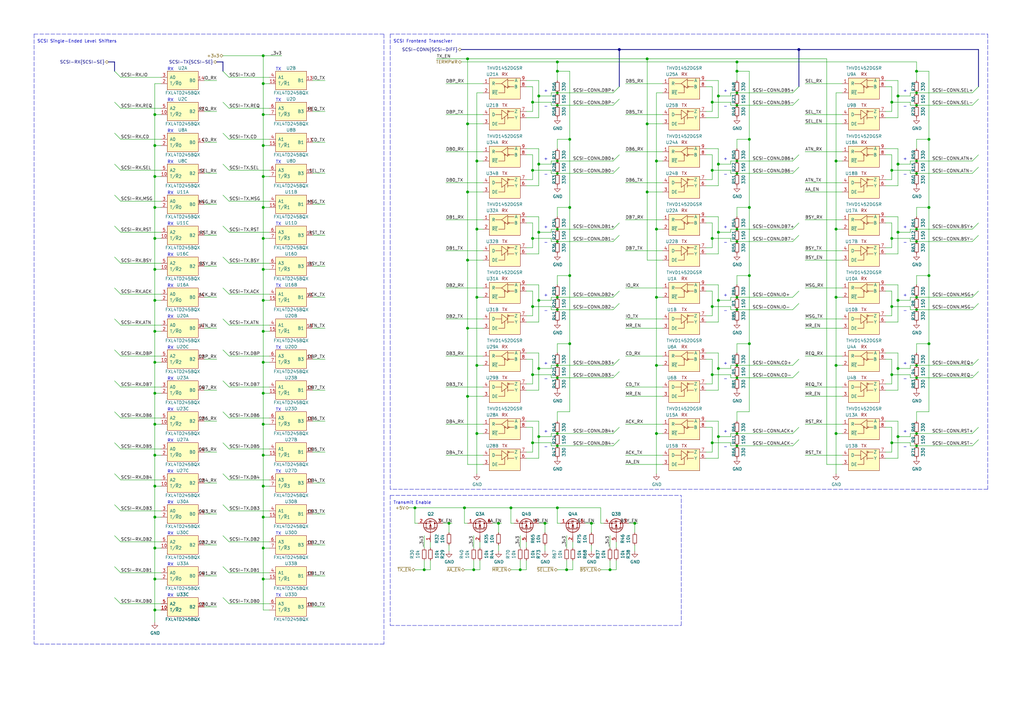
<source format=kicad_sch>
(kicad_sch (version 20210621) (generator eeschema)
  (paper "A3")
  (title_block (date "2021-05-31") (rev "1") (company "Aki"))
  (junction (at 63.5 46.99) (diameter 1.016))
  (junction (at 63.5 59.69) (diameter 1.016))
  (junction (at 63.5 72.39) (diameter 1.016))
  (junction (at 63.5 85.09) (diameter 1.016))
  (junction (at 63.5 97.79) (diameter 1.016))
  (junction (at 63.5 110.49) (diameter 1.016))
  (junction (at 63.5 123.19) (diameter 1.016))
  (junction (at 63.5 135.89) (diameter 1.016))
  (junction (at 63.5 148.59) (diameter 1.016))
  (junction (at 63.5 161.29) (diameter 1.016))
  (junction (at 63.5 173.99) (diameter 1.016))
  (junction (at 63.5 186.69) (diameter 1.016))
  (junction (at 63.5 199.39) (diameter 1.016))
  (junction (at 63.5 212.09) (diameter 1.016))
  (junction (at 63.5 224.79) (diameter 1.016))
  (junction (at 63.5 237.49) (diameter 1.016))
  (junction (at 63.5 250.19) (diameter 1.016))
  (junction (at 107.95 22.86) (diameter 1.016))
  (junction (at 107.95 34.29) (diameter 1.016))
  (junction (at 107.95 46.99) (diameter 1.016))
  (junction (at 107.95 59.69) (diameter 1.016))
  (junction (at 107.95 72.39) (diameter 1.016))
  (junction (at 107.95 85.09) (diameter 1.016))
  (junction (at 107.95 97.79) (diameter 1.016))
  (junction (at 107.95 110.49) (diameter 1.016))
  (junction (at 107.95 123.19) (diameter 1.016))
  (junction (at 107.95 135.89) (diameter 1.016))
  (junction (at 107.95 148.59) (diameter 1.016))
  (junction (at 107.95 161.29) (diameter 1.016))
  (junction (at 107.95 173.99) (diameter 1.016))
  (junction (at 107.95 186.69) (diameter 1.016))
  (junction (at 107.95 199.39) (diameter 1.016))
  (junction (at 107.95 212.09) (diameter 1.016))
  (junction (at 107.95 224.79) (diameter 1.016))
  (junction (at 107.95 237.49) (diameter 1.016))
  (junction (at 170.18 208.28) (diameter 1.016))
  (junction (at 173.99 233.68) (diameter 1.016))
  (junction (at 184.15 214.63) (diameter 1.016))
  (junction (at 190.5 208.28) (diameter 1.016))
  (junction (at 191.77 24.13) (diameter 1.016))
  (junction (at 191.77 50.8) (diameter 1.016))
  (junction (at 191.77 78.74) (diameter 1.016))
  (junction (at 191.77 106.68) (diameter 1.016))
  (junction (at 191.77 134.62) (diameter 1.016))
  (junction (at 191.77 162.56) (diameter 1.016))
  (junction (at 194.31 233.68) (diameter 1.016))
  (junction (at 195.58 66.04) (diameter 1.016))
  (junction (at 195.58 93.98) (diameter 1.016))
  (junction (at 195.58 121.92) (diameter 1.016))
  (junction (at 195.58 149.86) (diameter 1.016))
  (junction (at 195.58 177.8) (diameter 1.016))
  (junction (at 204.47 214.63) (diameter 1.016))
  (junction (at 209.55 208.28) (diameter 1.016))
  (junction (at 213.36 233.68) (diameter 1.016))
  (junction (at 218.44 41.91) (diameter 1.016))
  (junction (at 218.44 69.85) (diameter 1.016))
  (junction (at 218.44 97.79) (diameter 1.016))
  (junction (at 218.44 125.73) (diameter 1.016))
  (junction (at 218.44 153.67) (diameter 1.016))
  (junction (at 218.44 181.61) (diameter 1.016))
  (junction (at 220.98 39.37) (diameter 1.016))
  (junction (at 220.98 67.31) (diameter 1.016))
  (junction (at 220.98 95.25) (diameter 1.016))
  (junction (at 220.98 123.19) (diameter 1.016))
  (junction (at 220.98 151.13) (diameter 1.016))
  (junction (at 220.98 179.07) (diameter 1.016))
  (junction (at 223.52 214.63) (diameter 1.016))
  (junction (at 228.6 25.4) (diameter 1.016))
  (junction (at 228.6 29.21) (diameter 1.016))
  (junction (at 228.6 38.1))
  (junction (at 228.6 43.18))
  (junction (at 228.6 66.04))
  (junction (at 228.6 71.12))
  (junction (at 228.6 93.98))
  (junction (at 228.6 99.06))
  (junction (at 228.6 121.92))
  (junction (at 228.6 127))
  (junction (at 228.6 149.86))
  (junction (at 228.6 154.94))
  (junction (at 228.6 177.8))
  (junction (at 228.6 182.88))
  (junction (at 228.6 208.28) (diameter 1.016))
  (junction (at 232.41 233.68) (diameter 1.016))
  (junction (at 233.68 57.15) (diameter 1.016))
  (junction (at 233.68 85.09) (diameter 1.016))
  (junction (at 233.68 113.03) (diameter 1.016))
  (junction (at 233.68 140.97) (diameter 1.016))
  (junction (at 242.57 214.63) (diameter 1.016))
  (junction (at 250.19 233.68) (diameter 1.016))
  (junction (at 260.35 214.63) (diameter 1.016))
  (junction (at 265.43 24.13) (diameter 1.016))
  (junction (at 265.43 50.8) (diameter 1.016))
  (junction (at 265.43 78.74) (diameter 1.016))
  (junction (at 269.24 66.04) (diameter 1.016))
  (junction (at 269.24 93.98) (diameter 1.016))
  (junction (at 269.24 121.92) (diameter 1.016))
  (junction (at 269.24 149.86) (diameter 1.016))
  (junction (at 269.24 177.8) (diameter 1.016))
  (junction (at 292.1 41.91) (diameter 1.016))
  (junction (at 292.1 69.85) (diameter 1.016))
  (junction (at 292.1 97.79) (diameter 1.016))
  (junction (at 292.1 125.73) (diameter 1.016))
  (junction (at 292.1 153.67) (diameter 1.016))
  (junction (at 292.1 181.61) (diameter 1.016))
  (junction (at 294.64 39.37) (diameter 1.016))
  (junction (at 294.64 67.31) (diameter 1.016))
  (junction (at 294.64 95.25) (diameter 1.016))
  (junction (at 294.64 123.19) (diameter 1.016))
  (junction (at 294.64 151.13) (diameter 1.016))
  (junction (at 294.64 179.07) (diameter 1.016))
  (junction (at 302.26 25.4) (diameter 1.016))
  (junction (at 302.26 29.21) (diameter 1.016))
  (junction (at 302.26 38.1))
  (junction (at 302.26 43.18))
  (junction (at 302.26 66.04))
  (junction (at 302.26 71.12))
  (junction (at 302.26 93.98))
  (junction (at 302.26 99.06))
  (junction (at 302.26 121.92))
  (junction (at 302.26 127))
  (junction (at 302.26 149.86))
  (junction (at 302.26 154.94))
  (junction (at 302.26 177.8))
  (junction (at 302.26 182.88))
  (junction (at 307.34 57.15) (diameter 1.016))
  (junction (at 307.34 85.09) (diameter 1.016))
  (junction (at 307.34 113.03) (diameter 1.016))
  (junction (at 307.34 140.97) (diameter 1.016))
  (junction (at 342.9 66.04) (diameter 1.016))
  (junction (at 342.9 93.98) (diameter 1.016))
  (junction (at 342.9 121.92) (diameter 1.016))
  (junction (at 342.9 149.86) (diameter 1.016))
  (junction (at 342.9 177.8) (diameter 1.016))
  (junction (at 365.76 41.91) (diameter 1.016))
  (junction (at 365.76 69.85) (diameter 1.016))
  (junction (at 365.76 97.79) (diameter 1.016))
  (junction (at 365.76 125.73) (diameter 1.016))
  (junction (at 365.76 153.67) (diameter 1.016))
  (junction (at 365.76 181.61) (diameter 1.016))
  (junction (at 368.3 39.37) (diameter 1.016))
  (junction (at 368.3 67.31) (diameter 1.016))
  (junction (at 368.3 95.25) (diameter 1.016))
  (junction (at 368.3 123.19) (diameter 1.016))
  (junction (at 368.3 151.13) (diameter 1.016))
  (junction (at 368.3 179.07) (diameter 1.016))
  (junction (at 375.92 29.21) (diameter 1.016))
  (junction (at 375.92 38.1))
  (junction (at 375.92 43.18))
  (junction (at 375.92 66.04))
  (junction (at 375.92 71.12))
  (junction (at 375.92 93.98))
  (junction (at 375.92 99.06))
  (junction (at 375.92 121.92))
  (junction (at 375.92 127))
  (junction (at 375.92 149.86))
  (junction (at 375.92 154.94))
  (junction (at 375.92 177.8))
  (junction (at 375.92 182.88))
  (junction (at 381 57.15) (diameter 1.016))
  (junction (at 381 85.09) (diameter 1.016))
  (junction (at 381 113.03) (diameter 1.016))
  (junction (at 381 140.97) (diameter 1.016))
  (junction (at 254 20.32) (diameter 1.016))
  (junction (at 327.66 20.32) (diameter 1.016))
  (bus_entry (at 46.99 29.21) (size 2.54 2.54) (stroke (width 0.1524)))
  (bus_entry (at 46.99 41.91) (size 2.54 2.54) (stroke (width 0.1524)))
  (bus_entry (at 46.99 54.61) (size 2.54 2.54) (stroke (width 0.1524)))
  (bus_entry (at 46.99 67.31) (size 2.54 2.54) (stroke (width 0.1524)))
  (bus_entry (at 46.99 80.01) (size 2.54 2.54) (stroke (width 0.1524)))
  (bus_entry (at 46.99 92.71) (size 2.54 2.54) (stroke (width 0.1524)))
  (bus_entry (at 46.99 105.41) (size 2.54 2.54) (stroke (width 0.1524)))
  (bus_entry (at 46.99 118.11) (size 2.54 2.54) (stroke (width 0.1524)))
  (bus_entry (at 46.99 130.81) (size 2.54 2.54) (stroke (width 0.1524)))
  (bus_entry (at 46.99 143.51) (size 2.54 2.54) (stroke (width 0.1524)))
  (bus_entry (at 46.99 156.21) (size 2.54 2.54) (stroke (width 0.1524)))
  (bus_entry (at 46.99 168.91) (size 2.54 2.54) (stroke (width 0.1524)))
  (bus_entry (at 46.99 181.61) (size 2.54 2.54) (stroke (width 0.1524)))
  (bus_entry (at 46.99 194.31) (size 2.54 2.54) (stroke (width 0.1524)))
  (bus_entry (at 46.99 207.01) (size 2.54 2.54) (stroke (width 0.1524)))
  (bus_entry (at 46.99 219.71) (size 2.54 2.54) (stroke (width 0.1524)))
  (bus_entry (at 46.99 232.41) (size 2.54 2.54) (stroke (width 0.1524)))
  (bus_entry (at 46.99 245.11) (size 2.54 2.54) (stroke (width 0.1524)))
  (bus_entry (at 91.44 29.21) (size 2.54 2.54) (stroke (width 0.1524)))
  (bus_entry (at 91.44 41.91) (size 2.54 2.54) (stroke (width 0.1524)))
  (bus_entry (at 91.44 54.61) (size 2.54 2.54) (stroke (width 0.1524)))
  (bus_entry (at 91.44 67.31) (size 2.54 2.54) (stroke (width 0.1524)))
  (bus_entry (at 91.44 80.01) (size 2.54 2.54) (stroke (width 0.1524)))
  (bus_entry (at 91.44 92.71) (size 2.54 2.54) (stroke (width 0.1524)))
  (bus_entry (at 91.44 105.41) (size 2.54 2.54) (stroke (width 0.1524)))
  (bus_entry (at 91.44 118.11) (size 2.54 2.54) (stroke (width 0.1524)))
  (bus_entry (at 91.44 130.81) (size 2.54 2.54) (stroke (width 0.1524)))
  (bus_entry (at 91.44 143.51) (size 2.54 2.54) (stroke (width 0.1524)))
  (bus_entry (at 91.44 156.21) (size 2.54 2.54) (stroke (width 0.1524)))
  (bus_entry (at 91.44 168.91) (size 2.54 2.54) (stroke (width 0.1524)))
  (bus_entry (at 91.44 181.61) (size 2.54 2.54) (stroke (width 0.1524)))
  (bus_entry (at 91.44 194.31) (size 2.54 2.54) (stroke (width 0.1524)))
  (bus_entry (at 91.44 207.01) (size 2.54 2.54) (stroke (width 0.1524)))
  (bus_entry (at 91.44 219.71) (size 2.54 2.54) (stroke (width 0.1524)))
  (bus_entry (at 91.44 232.41) (size 2.54 2.54) (stroke (width 0.1524)))
  (bus_entry (at 91.44 245.11) (size 2.54 2.54) (stroke (width 0.1524)))
  (bus_entry (at 254 35.56) (size -2.54 2.54) (stroke (width 0.1524)))
  (bus_entry (at 254 40.64) (size -2.54 2.54) (stroke (width 0.1524)))
  (bus_entry (at 254 63.5) (size -2.54 2.54) (stroke (width 0.1524)))
  (bus_entry (at 254 68.58) (size -2.54 2.54) (stroke (width 0.1524)))
  (bus_entry (at 254 91.44) (size -2.54 2.54) (stroke (width 0.1524)))
  (bus_entry (at 254 96.52) (size -2.54 2.54) (stroke (width 0.1524)))
  (bus_entry (at 254 119.38) (size -2.54 2.54) (stroke (width 0.1524)))
  (bus_entry (at 254 124.46) (size -2.54 2.54) (stroke (width 0.1524)))
  (bus_entry (at 254 147.32) (size -2.54 2.54) (stroke (width 0.1524)))
  (bus_entry (at 254 152.4) (size -2.54 2.54) (stroke (width 0.1524)))
  (bus_entry (at 254 175.26) (size -2.54 2.54) (stroke (width 0.1524)))
  (bus_entry (at 254 180.34) (size -2.54 2.54) (stroke (width 0.1524)))
  (bus_entry (at 327.66 35.56) (size -2.54 2.54) (stroke (width 0.1524)))
  (bus_entry (at 327.66 40.64) (size -2.54 2.54) (stroke (width 0.1524)))
  (bus_entry (at 327.66 63.5) (size -2.54 2.54) (stroke (width 0.1524)))
  (bus_entry (at 327.66 68.58) (size -2.54 2.54) (stroke (width 0.1524)))
  (bus_entry (at 327.66 91.44) (size -2.54 2.54) (stroke (width 0.1524)))
  (bus_entry (at 327.66 96.52) (size -2.54 2.54) (stroke (width 0.1524)))
  (bus_entry (at 327.66 119.38) (size -2.54 2.54) (stroke (width 0.1524)))
  (bus_entry (at 327.66 124.46) (size -2.54 2.54) (stroke (width 0.1524)))
  (bus_entry (at 327.66 147.32) (size -2.54 2.54) (stroke (width 0.1524)))
  (bus_entry (at 327.66 152.4) (size -2.54 2.54) (stroke (width 0.1524)))
  (bus_entry (at 327.66 175.26) (size -2.54 2.54) (stroke (width 0.1524)))
  (bus_entry (at 327.66 180.34) (size -2.54 2.54) (stroke (width 0.1524)))
  (bus_entry (at 401.32 35.56) (size -2.54 2.54) (stroke (width 0.1524)))
  (bus_entry (at 401.32 40.64) (size -2.54 2.54) (stroke (width 0.1524)))
  (bus_entry (at 401.32 63.5) (size -2.54 2.54) (stroke (width 0.1524)))
  (bus_entry (at 401.32 68.58) (size -2.54 2.54) (stroke (width 0.1524)))
  (bus_entry (at 401.32 91.44) (size -2.54 2.54) (stroke (width 0.1524)))
  (bus_entry (at 401.32 96.52) (size -2.54 2.54) (stroke (width 0.1524)))
  (bus_entry (at 401.32 119.38) (size -2.54 2.54) (stroke (width 0.1524)))
  (bus_entry (at 401.32 124.46) (size -2.54 2.54) (stroke (width 0.1524)))
  (bus_entry (at 401.32 147.32) (size -2.54 2.54) (stroke (width 0.1524)))
  (bus_entry (at 401.32 152.4) (size -2.54 2.54) (stroke (width 0.1524)))
  (bus_entry (at 401.32 175.26) (size -2.54 2.54) (stroke (width 0.1524)))
  (bus_entry (at 401.32 180.34) (size -2.54 2.54) (stroke (width 0.1524)))
  (wire (pts (xy 49.53 31.75) (xy 66.04 31.75)))
  (wire (pts (xy 49.53 44.45) (xy 66.04 44.45)))
  (wire (pts (xy 49.53 57.15) (xy 66.04 57.15)))
  (wire (pts (xy 49.53 69.85) (xy 66.04 69.85)))
  (wire (pts (xy 49.53 82.55) (xy 66.04 82.55)))
  (wire (pts (xy 49.53 95.25) (xy 66.04 95.25)))
  (wire (pts (xy 49.53 107.95) (xy 66.04 107.95)))
  (wire (pts (xy 49.53 120.65) (xy 66.04 120.65)))
  (wire (pts (xy 49.53 133.35) (xy 66.04 133.35)))
  (wire (pts (xy 49.53 146.05) (xy 66.04 146.05)))
  (wire (pts (xy 49.53 158.75) (xy 66.04 158.75)))
  (wire (pts (xy 49.53 171.45) (xy 66.04 171.45)))
  (wire (pts (xy 49.53 184.15) (xy 66.04 184.15)))
  (wire (pts (xy 49.53 196.85) (xy 66.04 196.85)))
  (wire (pts (xy 49.53 209.55) (xy 66.04 209.55)))
  (wire (pts (xy 49.53 222.25) (xy 66.04 222.25)))
  (wire (pts (xy 49.53 234.95) (xy 66.04 234.95)))
  (wire (pts (xy 49.53 247.65) (xy 66.04 247.65)))
  (wire (pts (xy 63.5 34.29) (xy 63.5 46.99)))
  (wire (pts (xy 63.5 46.99) (xy 63.5 59.69)))
  (wire (pts (xy 63.5 59.69) (xy 63.5 72.39)))
  (wire (pts (xy 63.5 72.39) (xy 63.5 85.09)))
  (wire (pts (xy 63.5 85.09) (xy 63.5 97.79)))
  (wire (pts (xy 63.5 97.79) (xy 63.5 110.49)))
  (wire (pts (xy 63.5 110.49) (xy 63.5 123.19)))
  (wire (pts (xy 63.5 123.19) (xy 63.5 135.89)))
  (wire (pts (xy 63.5 135.89) (xy 63.5 148.59)))
  (wire (pts (xy 63.5 148.59) (xy 63.5 161.29)))
  (wire (pts (xy 63.5 161.29) (xy 63.5 173.99)))
  (wire (pts (xy 63.5 173.99) (xy 63.5 186.69)))
  (wire (pts (xy 63.5 186.69) (xy 63.5 199.39)))
  (wire (pts (xy 63.5 199.39) (xy 63.5 212.09)))
  (wire (pts (xy 63.5 212.09) (xy 63.5 224.79)))
  (wire (pts (xy 63.5 224.79) (xy 63.5 237.49)))
  (wire (pts (xy 63.5 237.49) (xy 63.5 250.19)))
  (wire (pts (xy 63.5 250.19) (xy 63.5 255.27)))
  (wire (pts (xy 66.04 34.29) (xy 63.5 34.29)))
  (wire (pts (xy 66.04 46.99) (xy 63.5 46.99)))
  (wire (pts (xy 66.04 59.69) (xy 63.5 59.69)))
  (wire (pts (xy 66.04 72.39) (xy 63.5 72.39)))
  (wire (pts (xy 66.04 85.09) (xy 63.5 85.09)))
  (wire (pts (xy 66.04 97.79) (xy 63.5 97.79)))
  (wire (pts (xy 66.04 110.49) (xy 63.5 110.49)))
  (wire (pts (xy 66.04 123.19) (xy 63.5 123.19)))
  (wire (pts (xy 66.04 135.89) (xy 63.5 135.89)))
  (wire (pts (xy 66.04 148.59) (xy 63.5 148.59)))
  (wire (pts (xy 66.04 161.29) (xy 63.5 161.29)))
  (wire (pts (xy 66.04 173.99) (xy 63.5 173.99)))
  (wire (pts (xy 66.04 186.69) (xy 63.5 186.69)))
  (wire (pts (xy 66.04 199.39) (xy 63.5 199.39)))
  (wire (pts (xy 66.04 212.09) (xy 63.5 212.09)))
  (wire (pts (xy 66.04 224.79) (xy 63.5 224.79)))
  (wire (pts (xy 66.04 237.49) (xy 63.5 237.49)))
  (wire (pts (xy 66.04 250.19) (xy 63.5 250.19)))
  (wire (pts (xy 83.82 172.72) (xy 88.9 172.72)))
  (wire (pts (xy 88.9 33.02) (xy 83.82 33.02)))
  (wire (pts (xy 88.9 45.72) (xy 83.82 45.72)))
  (wire (pts (xy 88.9 58.42) (xy 83.82 58.42)))
  (wire (pts (xy 88.9 71.12) (xy 83.82 71.12)))
  (wire (pts (xy 88.9 83.82) (xy 83.82 83.82)))
  (wire (pts (xy 88.9 96.52) (xy 83.82 96.52)))
  (wire (pts (xy 88.9 109.22) (xy 83.82 109.22)))
  (wire (pts (xy 88.9 121.92) (xy 83.82 121.92)))
  (wire (pts (xy 88.9 134.62) (xy 83.82 134.62)))
  (wire (pts (xy 88.9 147.32) (xy 83.82 147.32)))
  (wire (pts (xy 88.9 160.02) (xy 83.82 160.02)))
  (wire (pts (xy 88.9 185.42) (xy 83.82 185.42)))
  (wire (pts (xy 88.9 198.12) (xy 83.82 198.12)))
  (wire (pts (xy 88.9 210.82) (xy 83.82 210.82)))
  (wire (pts (xy 88.9 223.52) (xy 83.82 223.52)))
  (wire (pts (xy 88.9 236.22) (xy 83.82 236.22)))
  (wire (pts (xy 88.9 248.92) (xy 83.82 248.92)))
  (wire (pts (xy 93.98 31.75) (xy 110.49 31.75)))
  (wire (pts (xy 93.98 44.45) (xy 110.49 44.45)))
  (wire (pts (xy 93.98 57.15) (xy 110.49 57.15)))
  (wire (pts (xy 93.98 69.85) (xy 110.49 69.85)))
  (wire (pts (xy 93.98 82.55) (xy 110.49 82.55)))
  (wire (pts (xy 93.98 95.25) (xy 110.49 95.25)))
  (wire (pts (xy 93.98 107.95) (xy 110.49 107.95)))
  (wire (pts (xy 93.98 120.65) (xy 110.49 120.65)))
  (wire (pts (xy 93.98 133.35) (xy 110.49 133.35)))
  (wire (pts (xy 93.98 146.05) (xy 110.49 146.05)))
  (wire (pts (xy 93.98 158.75) (xy 110.49 158.75)))
  (wire (pts (xy 93.98 171.45) (xy 110.49 171.45)))
  (wire (pts (xy 93.98 184.15) (xy 110.49 184.15)))
  (wire (pts (xy 93.98 196.85) (xy 110.49 196.85)))
  (wire (pts (xy 93.98 209.55) (xy 110.49 209.55)))
  (wire (pts (xy 93.98 222.25) (xy 110.49 222.25)))
  (wire (pts (xy 93.98 234.95) (xy 110.49 234.95)))
  (wire (pts (xy 93.98 247.65) (xy 110.49 247.65)))
  (wire (pts (xy 107.95 22.86) (xy 91.44 22.86)))
  (wire (pts (xy 107.95 22.86) (xy 115.57 22.86)))
  (wire (pts (xy 107.95 34.29) (xy 107.95 22.86)))
  (wire (pts (xy 107.95 34.29) (xy 107.95 46.99)))
  (wire (pts (xy 107.95 46.99) (xy 107.95 59.69)))
  (wire (pts (xy 107.95 59.69) (xy 107.95 72.39)))
  (wire (pts (xy 107.95 72.39) (xy 107.95 85.09)))
  (wire (pts (xy 107.95 85.09) (xy 107.95 97.79)))
  (wire (pts (xy 107.95 97.79) (xy 107.95 110.49)))
  (wire (pts (xy 107.95 110.49) (xy 107.95 123.19)))
  (wire (pts (xy 107.95 123.19) (xy 107.95 135.89)))
  (wire (pts (xy 107.95 135.89) (xy 107.95 148.59)))
  (wire (pts (xy 107.95 148.59) (xy 107.95 161.29)))
  (wire (pts (xy 107.95 161.29) (xy 107.95 173.99)))
  (wire (pts (xy 107.95 173.99) (xy 107.95 186.69)))
  (wire (pts (xy 107.95 186.69) (xy 107.95 199.39)))
  (wire (pts (xy 107.95 199.39) (xy 107.95 212.09)))
  (wire (pts (xy 107.95 212.09) (xy 107.95 224.79)))
  (wire (pts (xy 107.95 224.79) (xy 107.95 237.49)))
  (wire (pts (xy 107.95 237.49) (xy 107.95 250.19)))
  (wire (pts (xy 110.49 34.29) (xy 107.95 34.29)))
  (wire (pts (xy 110.49 46.99) (xy 107.95 46.99)))
  (wire (pts (xy 110.49 59.69) (xy 107.95 59.69)))
  (wire (pts (xy 110.49 72.39) (xy 107.95 72.39)))
  (wire (pts (xy 110.49 85.09) (xy 107.95 85.09)))
  (wire (pts (xy 110.49 97.79) (xy 107.95 97.79)))
  (wire (pts (xy 110.49 110.49) (xy 107.95 110.49)))
  (wire (pts (xy 110.49 123.19) (xy 107.95 123.19)))
  (wire (pts (xy 110.49 135.89) (xy 107.95 135.89)))
  (wire (pts (xy 110.49 148.59) (xy 107.95 148.59)))
  (wire (pts (xy 110.49 161.29) (xy 107.95 161.29)))
  (wire (pts (xy 110.49 173.99) (xy 107.95 173.99)))
  (wire (pts (xy 110.49 186.69) (xy 107.95 186.69)))
  (wire (pts (xy 110.49 199.39) (xy 107.95 199.39)))
  (wire (pts (xy 110.49 212.09) (xy 107.95 212.09)))
  (wire (pts (xy 110.49 224.79) (xy 107.95 224.79)))
  (wire (pts (xy 110.49 237.49) (xy 107.95 237.49)))
  (wire (pts (xy 110.49 250.19) (xy 107.95 250.19)))
  (wire (pts (xy 133.35 33.02) (xy 128.27 33.02)))
  (wire (pts (xy 133.35 45.72) (xy 128.27 45.72)))
  (wire (pts (xy 133.35 58.42) (xy 128.27 58.42)))
  (wire (pts (xy 133.35 71.12) (xy 128.27 71.12)))
  (wire (pts (xy 133.35 83.82) (xy 128.27 83.82)))
  (wire (pts (xy 133.35 96.52) (xy 128.27 96.52)))
  (wire (pts (xy 133.35 109.22) (xy 128.27 109.22)))
  (wire (pts (xy 133.35 121.92) (xy 128.27 121.92)))
  (wire (pts (xy 133.35 134.62) (xy 128.27 134.62)))
  (wire (pts (xy 133.35 147.32) (xy 128.27 147.32)))
  (wire (pts (xy 133.35 160.02) (xy 128.27 160.02)))
  (wire (pts (xy 133.35 172.72) (xy 128.27 172.72)))
  (wire (pts (xy 133.35 185.42) (xy 128.27 185.42)))
  (wire (pts (xy 133.35 198.12) (xy 128.27 198.12)))
  (wire (pts (xy 133.35 210.82) (xy 128.27 210.82)))
  (wire (pts (xy 133.35 223.52) (xy 128.27 223.52)))
  (wire (pts (xy 133.35 236.22) (xy 128.27 236.22)))
  (wire (pts (xy 133.35 248.92) (xy 128.27 248.92)))
  (wire (pts (xy 167.64 208.28) (xy 170.18 208.28)))
  (wire (pts (xy 170.18 208.28) (xy 170.18 214.63)))
  (wire (pts (xy 170.18 208.28) (xy 190.5 208.28)))
  (wire (pts (xy 170.18 214.63) (xy 171.45 214.63)))
  (wire (pts (xy 170.18 233.68) (xy 173.99 233.68)))
  (wire (pts (xy 173.99 224.79) (xy 173.99 219.71)))
  (wire (pts (xy 173.99 229.87) (xy 173.99 233.68)))
  (wire (pts (xy 173.99 233.68) (xy 176.53 233.68)))
  (wire (pts (xy 176.53 224.79) (xy 176.53 222.25)))
  (wire (pts (xy 176.53 229.87) (xy 176.53 233.68)))
  (wire (pts (xy 179.07 24.13) (xy 191.77 24.13)))
  (wire (pts (xy 181.61 214.63) (xy 184.15 214.63)))
  (wire (pts (xy 182.88 34.29) (xy 198.12 34.29)))
  (wire (pts (xy 182.88 46.99) (xy 198.12 46.99)))
  (wire (pts (xy 182.88 62.23) (xy 198.12 62.23)))
  (wire (pts (xy 182.88 74.93) (xy 198.12 74.93)))
  (wire (pts (xy 182.88 90.17) (xy 198.12 90.17)))
  (wire (pts (xy 182.88 102.87) (xy 198.12 102.87)))
  (wire (pts (xy 182.88 118.11) (xy 198.12 118.11)))
  (wire (pts (xy 182.88 130.81) (xy 198.12 130.81)))
  (wire (pts (xy 182.88 146.05) (xy 198.12 146.05)))
  (wire (pts (xy 182.88 158.75) (xy 198.12 158.75)))
  (wire (pts (xy 182.88 173.99) (xy 198.12 173.99)))
  (wire (pts (xy 182.88 186.69) (xy 198.12 186.69)))
  (wire (pts (xy 184.15 214.63) (xy 184.15 218.44)))
  (wire (pts (xy 184.15 214.63) (xy 185.42 214.63)))
  (wire (pts (xy 184.15 223.52) (xy 184.15 226.06)))
  (wire (pts (xy 189.23 25.4) (xy 228.6 25.4)))
  (wire (pts (xy 190.5 208.28) (xy 190.5 214.63)))
  (wire (pts (xy 190.5 208.28) (xy 209.55 208.28)))
  (wire (pts (xy 190.5 214.63) (xy 191.77 214.63)))
  (wire (pts (xy 190.5 233.68) (xy 194.31 233.68)))
  (wire (pts (xy 191.77 24.13) (xy 265.43 24.13)))
  (wire (pts (xy 191.77 50.8) (xy 191.77 24.13)))
  (wire (pts (xy 191.77 50.8) (xy 191.77 78.74)))
  (wire (pts (xy 191.77 50.8) (xy 198.12 50.8)))
  (wire (pts (xy 191.77 78.74) (xy 191.77 106.68)))
  (wire (pts (xy 191.77 78.74) (xy 198.12 78.74)))
  (wire (pts (xy 191.77 106.68) (xy 191.77 134.62)))
  (wire (pts (xy 191.77 106.68) (xy 198.12 106.68)))
  (wire (pts (xy 191.77 134.62) (xy 191.77 162.56)))
  (wire (pts (xy 191.77 134.62) (xy 198.12 134.62)))
  (wire (pts (xy 191.77 162.56) (xy 191.77 190.5)))
  (wire (pts (xy 191.77 162.56) (xy 198.12 162.56)))
  (wire (pts (xy 191.77 190.5) (xy 198.12 190.5)))
  (wire (pts (xy 194.31 224.79) (xy 194.31 219.71)))
  (wire (pts (xy 194.31 229.87) (xy 194.31 233.68)))
  (wire (pts (xy 194.31 233.68) (xy 196.85 233.68)))
  (wire (pts (xy 195.58 38.1) (xy 195.58 66.04)))
  (wire (pts (xy 195.58 66.04) (xy 195.58 93.98)))
  (wire (pts (xy 195.58 93.98) (xy 195.58 121.92)))
  (wire (pts (xy 195.58 121.92) (xy 195.58 149.86)))
  (wire (pts (xy 195.58 149.86) (xy 195.58 177.8)))
  (wire (pts (xy 195.58 177.8) (xy 195.58 194.31)))
  (wire (pts (xy 196.85 224.79) (xy 196.85 222.25)))
  (wire (pts (xy 196.85 229.87) (xy 196.85 233.68)))
  (wire (pts (xy 198.12 38.1) (xy 195.58 38.1)))
  (wire (pts (xy 198.12 66.04) (xy 195.58 66.04)))
  (wire (pts (xy 198.12 93.98) (xy 195.58 93.98)))
  (wire (pts (xy 198.12 121.92) (xy 195.58 121.92)))
  (wire (pts (xy 198.12 149.86) (xy 195.58 149.86)))
  (wire (pts (xy 198.12 177.8) (xy 195.58 177.8)))
  (wire (pts (xy 201.93 214.63) (xy 204.47 214.63)))
  (wire (pts (xy 204.47 214.63) (xy 204.47 218.44)))
  (wire (pts (xy 204.47 214.63) (xy 205.74 214.63)))
  (wire (pts (xy 204.47 223.52) (xy 204.47 226.06)))
  (wire (pts (xy 209.55 208.28) (xy 209.55 214.63)))
  (wire (pts (xy 209.55 208.28) (xy 228.6 208.28)))
  (wire (pts (xy 209.55 214.63) (xy 210.82 214.63)))
  (wire (pts (xy 209.55 233.68) (xy 213.36 233.68)))
  (wire (pts (xy 213.36 224.79) (xy 213.36 219.71)))
  (wire (pts (xy 213.36 229.87) (xy 213.36 233.68)))
  (wire (pts (xy 213.36 233.68) (xy 215.9 233.68)))
  (wire (pts (xy 215.9 33.02) (xy 220.98 33.02)))
  (wire (pts (xy 215.9 35.56) (xy 218.44 35.56)))
  (wire (pts (xy 215.9 45.72) (xy 218.44 45.72)))
  (wire (pts (xy 215.9 48.26) (xy 220.98 48.26)))
  (wire (pts (xy 215.9 60.96) (xy 220.98 60.96)))
  (wire (pts (xy 215.9 63.5) (xy 218.44 63.5)))
  (wire (pts (xy 215.9 73.66) (xy 218.44 73.66)))
  (wire (pts (xy 215.9 76.2) (xy 220.98 76.2)))
  (wire (pts (xy 215.9 88.9) (xy 220.98 88.9)))
  (wire (pts (xy 215.9 91.44) (xy 218.44 91.44)))
  (wire (pts (xy 215.9 101.6) (xy 218.44 101.6)))
  (wire (pts (xy 215.9 104.14) (xy 220.98 104.14)))
  (wire (pts (xy 215.9 116.84) (xy 220.98 116.84)))
  (wire (pts (xy 215.9 119.38) (xy 218.44 119.38)))
  (wire (pts (xy 215.9 129.54) (xy 218.44 129.54)))
  (wire (pts (xy 215.9 132.08) (xy 220.98 132.08)))
  (wire (pts (xy 215.9 144.78) (xy 220.98 144.78)))
  (wire (pts (xy 215.9 147.32) (xy 218.44 147.32)))
  (wire (pts (xy 215.9 157.48) (xy 218.44 157.48)))
  (wire (pts (xy 215.9 160.02) (xy 220.98 160.02)))
  (wire (pts (xy 215.9 172.72) (xy 220.98 172.72)))
  (wire (pts (xy 215.9 175.26) (xy 218.44 175.26)))
  (wire (pts (xy 215.9 185.42) (xy 218.44 185.42)))
  (wire (pts (xy 215.9 187.96) (xy 220.98 187.96)))
  (wire (pts (xy 215.9 224.79) (xy 215.9 222.25)))
  (wire (pts (xy 215.9 229.87) (xy 215.9 233.68)))
  (wire (pts (xy 218.44 35.56) (xy 218.44 41.91)))
  (wire (pts (xy 218.44 41.91) (xy 218.44 45.72)))
  (wire (pts (xy 218.44 41.91) (xy 226.06 41.91)))
  (wire (pts (xy 218.44 63.5) (xy 218.44 69.85)))
  (wire (pts (xy 218.44 69.85) (xy 218.44 73.66)))
  (wire (pts (xy 218.44 69.85) (xy 226.06 69.85)))
  (wire (pts (xy 218.44 91.44) (xy 218.44 97.79)))
  (wire (pts (xy 218.44 97.79) (xy 218.44 101.6)))
  (wire (pts (xy 218.44 97.79) (xy 226.06 97.79)))
  (wire (pts (xy 218.44 119.38) (xy 218.44 125.73)))
  (wire (pts (xy 218.44 125.73) (xy 218.44 129.54)))
  (wire (pts (xy 218.44 125.73) (xy 226.06 125.73)))
  (wire (pts (xy 218.44 147.32) (xy 218.44 153.67)))
  (wire (pts (xy 218.44 153.67) (xy 218.44 157.48)))
  (wire (pts (xy 218.44 153.67) (xy 226.06 153.67)))
  (wire (pts (xy 218.44 175.26) (xy 218.44 181.61)))
  (wire (pts (xy 218.44 181.61) (xy 218.44 185.42)))
  (wire (pts (xy 218.44 181.61) (xy 226.06 181.61)))
  (wire (pts (xy 220.98 33.02) (xy 220.98 39.37)))
  (wire (pts (xy 220.98 39.37) (xy 220.98 48.26)))
  (wire (pts (xy 220.98 39.37) (xy 226.06 39.37)))
  (wire (pts (xy 220.98 60.96) (xy 220.98 67.31)))
  (wire (pts (xy 220.98 67.31) (xy 220.98 76.2)))
  (wire (pts (xy 220.98 67.31) (xy 226.06 67.31)))
  (wire (pts (xy 220.98 88.9) (xy 220.98 95.25)))
  (wire (pts (xy 220.98 95.25) (xy 220.98 104.14)))
  (wire (pts (xy 220.98 95.25) (xy 226.06 95.25)))
  (wire (pts (xy 220.98 116.84) (xy 220.98 123.19)))
  (wire (pts (xy 220.98 123.19) (xy 220.98 132.08)))
  (wire (pts (xy 220.98 123.19) (xy 226.06 123.19)))
  (wire (pts (xy 220.98 144.78) (xy 220.98 151.13)))
  (wire (pts (xy 220.98 151.13) (xy 220.98 160.02)))
  (wire (pts (xy 220.98 151.13) (xy 226.06 151.13)))
  (wire (pts (xy 220.98 172.72) (xy 220.98 179.07)))
  (wire (pts (xy 220.98 179.07) (xy 220.98 187.96)))
  (wire (pts (xy 220.98 179.07) (xy 226.06 179.07)))
  (wire (pts (xy 220.98 214.63) (xy 223.52 214.63)))
  (wire (pts (xy 223.52 214.63) (xy 223.52 218.44)))
  (wire (pts (xy 223.52 214.63) (xy 224.79 214.63)))
  (wire (pts (xy 223.52 223.52) (xy 223.52 226.06)))
  (wire (pts (xy 226.06 38.1) (xy 228.6 38.1)))
  (wire (pts (xy 226.06 39.37) (xy 226.06 38.1)))
  (wire (pts (xy 226.06 41.91) (xy 226.06 43.18)))
  (wire (pts (xy 226.06 43.18) (xy 228.6 43.18)))
  (wire (pts (xy 226.06 66.04) (xy 228.6 66.04)))
  (wire (pts (xy 226.06 67.31) (xy 226.06 66.04)))
  (wire (pts (xy 226.06 69.85) (xy 226.06 71.12)))
  (wire (pts (xy 226.06 71.12) (xy 228.6 71.12)))
  (wire (pts (xy 226.06 93.98) (xy 228.6 93.98)))
  (wire (pts (xy 226.06 95.25) (xy 226.06 93.98)))
  (wire (pts (xy 226.06 97.79) (xy 226.06 99.06)))
  (wire (pts (xy 226.06 99.06) (xy 228.6 99.06)))
  (wire (pts (xy 226.06 121.92) (xy 228.6 121.92)))
  (wire (pts (xy 226.06 123.19) (xy 226.06 121.92)))
  (wire (pts (xy 226.06 125.73) (xy 226.06 127)))
  (wire (pts (xy 226.06 127) (xy 228.6 127)))
  (wire (pts (xy 226.06 149.86) (xy 228.6 149.86)))
  (wire (pts (xy 226.06 151.13) (xy 226.06 149.86)))
  (wire (pts (xy 226.06 153.67) (xy 226.06 154.94)))
  (wire (pts (xy 226.06 154.94) (xy 228.6 154.94)))
  (wire (pts (xy 226.06 177.8) (xy 228.6 177.8)))
  (wire (pts (xy 226.06 179.07) (xy 226.06 177.8)))
  (wire (pts (xy 226.06 181.61) (xy 226.06 182.88)))
  (wire (pts (xy 226.06 182.88) (xy 228.6 182.88)))
  (wire (pts (xy 228.6 25.4) (xy 302.26 25.4)))
  (wire (pts (xy 228.6 29.21) (xy 228.6 25.4)))
  (wire (pts (xy 228.6 29.21) (xy 233.68 29.21)))
  (wire (pts (xy 228.6 33.02) (xy 228.6 29.21)))
  (wire (pts (xy 228.6 38.1) (xy 251.46 38.1)))
  (wire (pts (xy 228.6 43.18) (xy 251.46 43.18)))
  (wire (pts (xy 228.6 57.15) (xy 233.68 57.15)))
  (wire (pts (xy 228.6 60.96) (xy 228.6 57.15)))
  (wire (pts (xy 228.6 66.04) (xy 251.46 66.04)))
  (wire (pts (xy 228.6 71.12) (xy 251.46 71.12)))
  (wire (pts (xy 228.6 85.09) (xy 233.68 85.09)))
  (wire (pts (xy 228.6 88.9) (xy 228.6 85.09)))
  (wire (pts (xy 228.6 93.98) (xy 251.46 93.98)))
  (wire (pts (xy 228.6 99.06) (xy 251.46 99.06)))
  (wire (pts (xy 228.6 113.03) (xy 233.68 113.03)))
  (wire (pts (xy 228.6 116.84) (xy 228.6 113.03)))
  (wire (pts (xy 228.6 121.92) (xy 251.46 121.92)))
  (wire (pts (xy 228.6 127) (xy 251.46 127)))
  (wire (pts (xy 228.6 140.97) (xy 233.68 140.97)))
  (wire (pts (xy 228.6 144.78) (xy 228.6 140.97)))
  (wire (pts (xy 228.6 149.86) (xy 251.46 149.86)))
  (wire (pts (xy 228.6 154.94) (xy 251.46 154.94)))
  (wire (pts (xy 228.6 168.91) (xy 233.68 168.91)))
  (wire (pts (xy 228.6 172.72) (xy 228.6 168.91)))
  (wire (pts (xy 228.6 177.8) (xy 251.46 177.8)))
  (wire (pts (xy 228.6 182.88) (xy 251.46 182.88)))
  (wire (pts (xy 228.6 208.28) (xy 228.6 214.63)))
  (wire (pts (xy 228.6 208.28) (xy 246.38 208.28)))
  (wire (pts (xy 228.6 214.63) (xy 229.87 214.63)))
  (wire (pts (xy 228.6 233.68) (xy 232.41 233.68)))
  (wire (pts (xy 232.41 224.79) (xy 232.41 219.71)))
  (wire (pts (xy 232.41 229.87) (xy 232.41 233.68)))
  (wire (pts (xy 232.41 233.68) (xy 234.95 233.68)))
  (wire (pts (xy 233.68 29.21) (xy 233.68 57.15)))
  (wire (pts (xy 233.68 57.15) (xy 233.68 85.09)))
  (wire (pts (xy 233.68 85.09) (xy 233.68 113.03)))
  (wire (pts (xy 233.68 113.03) (xy 233.68 140.97)))
  (wire (pts (xy 233.68 140.97) (xy 233.68 168.91)))
  (wire (pts (xy 234.95 224.79) (xy 234.95 222.25)))
  (wire (pts (xy 234.95 229.87) (xy 234.95 233.68)))
  (wire (pts (xy 240.03 214.63) (xy 242.57 214.63)))
  (wire (pts (xy 242.57 214.63) (xy 242.57 218.44)))
  (wire (pts (xy 242.57 214.63) (xy 243.84 214.63)))
  (wire (pts (xy 242.57 223.52) (xy 242.57 226.06)))
  (wire (pts (xy 246.38 208.28) (xy 246.38 214.63)))
  (wire (pts (xy 246.38 214.63) (xy 247.65 214.63)))
  (wire (pts (xy 246.38 233.68) (xy 250.19 233.68)))
  (wire (pts (xy 250.19 224.79) (xy 250.19 219.71)))
  (wire (pts (xy 250.19 229.87) (xy 250.19 233.68)))
  (wire (pts (xy 250.19 233.68) (xy 252.73 233.68)))
  (wire (pts (xy 252.73 224.79) (xy 252.73 222.25)))
  (wire (pts (xy 252.73 229.87) (xy 252.73 233.68)))
  (wire (pts (xy 256.54 34.29) (xy 271.78 34.29)))
  (wire (pts (xy 256.54 46.99) (xy 271.78 46.99)))
  (wire (pts (xy 256.54 62.23) (xy 271.78 62.23)))
  (wire (pts (xy 256.54 74.93) (xy 271.78 74.93)))
  (wire (pts (xy 256.54 90.17) (xy 271.78 90.17)))
  (wire (pts (xy 256.54 102.87) (xy 271.78 102.87)))
  (wire (pts (xy 256.54 118.11) (xy 271.78 118.11)))
  (wire (pts (xy 256.54 130.81) (xy 271.78 130.81)))
  (wire (pts (xy 256.54 146.05) (xy 271.78 146.05)))
  (wire (pts (xy 256.54 158.75) (xy 271.78 158.75)))
  (wire (pts (xy 256.54 173.99) (xy 271.78 173.99)))
  (wire (pts (xy 256.54 186.69) (xy 271.78 186.69)))
  (wire (pts (xy 256.54 190.5) (xy 271.78 190.5)))
  (wire (pts (xy 257.81 214.63) (xy 260.35 214.63)))
  (wire (pts (xy 260.35 214.63) (xy 260.35 218.44)))
  (wire (pts (xy 260.35 214.63) (xy 261.62 214.63)))
  (wire (pts (xy 260.35 223.52) (xy 260.35 226.06)))
  (wire (pts (xy 265.43 24.13) (xy 339.09 24.13)))
  (wire (pts (xy 265.43 50.8) (xy 265.43 24.13)))
  (wire (pts (xy 265.43 50.8) (xy 265.43 78.74)))
  (wire (pts (xy 265.43 50.8) (xy 271.78 50.8)))
  (wire (pts (xy 265.43 78.74) (xy 265.43 106.68)))
  (wire (pts (xy 265.43 78.74) (xy 271.78 78.74)))
  (wire (pts (xy 265.43 106.68) (xy 271.78 106.68)))
  (wire (pts (xy 269.24 38.1) (xy 269.24 66.04)))
  (wire (pts (xy 269.24 66.04) (xy 269.24 93.98)))
  (wire (pts (xy 269.24 93.98) (xy 269.24 121.92)))
  (wire (pts (xy 269.24 121.92) (xy 269.24 149.86)))
  (wire (pts (xy 269.24 149.86) (xy 269.24 177.8)))
  (wire (pts (xy 269.24 177.8) (xy 269.24 194.31)))
  (wire (pts (xy 271.78 38.1) (xy 269.24 38.1)))
  (wire (pts (xy 271.78 66.04) (xy 269.24 66.04)))
  (wire (pts (xy 271.78 93.98) (xy 269.24 93.98)))
  (wire (pts (xy 271.78 121.92) (xy 269.24 121.92)))
  (wire (pts (xy 271.78 134.62) (xy 256.54 134.62)))
  (wire (pts (xy 271.78 149.86) (xy 269.24 149.86)))
  (wire (pts (xy 271.78 162.56) (xy 256.54 162.56)))
  (wire (pts (xy 271.78 177.8) (xy 269.24 177.8)))
  (wire (pts (xy 289.56 33.02) (xy 294.64 33.02)))
  (wire (pts (xy 289.56 35.56) (xy 292.1 35.56)))
  (wire (pts (xy 289.56 45.72) (xy 292.1 45.72)))
  (wire (pts (xy 289.56 48.26) (xy 294.64 48.26)))
  (wire (pts (xy 289.56 60.96) (xy 294.64 60.96)))
  (wire (pts (xy 289.56 63.5) (xy 292.1 63.5)))
  (wire (pts (xy 289.56 73.66) (xy 292.1 73.66)))
  (wire (pts (xy 289.56 76.2) (xy 294.64 76.2)))
  (wire (pts (xy 289.56 88.9) (xy 294.64 88.9)))
  (wire (pts (xy 289.56 91.44) (xy 292.1 91.44)))
  (wire (pts (xy 289.56 101.6) (xy 292.1 101.6)))
  (wire (pts (xy 289.56 104.14) (xy 294.64 104.14)))
  (wire (pts (xy 289.56 116.84) (xy 294.64 116.84)))
  (wire (pts (xy 289.56 119.38) (xy 292.1 119.38)))
  (wire (pts (xy 289.56 129.54) (xy 292.1 129.54)))
  (wire (pts (xy 289.56 132.08) (xy 294.64 132.08)))
  (wire (pts (xy 289.56 144.78) (xy 294.64 144.78)))
  (wire (pts (xy 289.56 147.32) (xy 292.1 147.32)))
  (wire (pts (xy 289.56 157.48) (xy 292.1 157.48)))
  (wire (pts (xy 289.56 160.02) (xy 294.64 160.02)))
  (wire (pts (xy 289.56 172.72) (xy 294.64 172.72)))
  (wire (pts (xy 289.56 175.26) (xy 292.1 175.26)))
  (wire (pts (xy 289.56 185.42) (xy 292.1 185.42)))
  (wire (pts (xy 289.56 187.96) (xy 294.64 187.96)))
  (wire (pts (xy 292.1 35.56) (xy 292.1 41.91)))
  (wire (pts (xy 292.1 41.91) (xy 292.1 45.72)))
  (wire (pts (xy 292.1 41.91) (xy 299.72 41.91)))
  (wire (pts (xy 292.1 63.5) (xy 292.1 69.85)))
  (wire (pts (xy 292.1 69.85) (xy 292.1 73.66)))
  (wire (pts (xy 292.1 69.85) (xy 299.72 69.85)))
  (wire (pts (xy 292.1 91.44) (xy 292.1 97.79)))
  (wire (pts (xy 292.1 97.79) (xy 292.1 101.6)))
  (wire (pts (xy 292.1 97.79) (xy 299.72 97.79)))
  (wire (pts (xy 292.1 119.38) (xy 292.1 125.73)))
  (wire (pts (xy 292.1 125.73) (xy 292.1 129.54)))
  (wire (pts (xy 292.1 125.73) (xy 299.72 125.73)))
  (wire (pts (xy 292.1 147.32) (xy 292.1 153.67)))
  (wire (pts (xy 292.1 153.67) (xy 292.1 157.48)))
  (wire (pts (xy 292.1 153.67) (xy 299.72 153.67)))
  (wire (pts (xy 292.1 175.26) (xy 292.1 181.61)))
  (wire (pts (xy 292.1 181.61) (xy 292.1 185.42)))
  (wire (pts (xy 292.1 181.61) (xy 299.72 181.61)))
  (wire (pts (xy 294.64 33.02) (xy 294.64 39.37)))
  (wire (pts (xy 294.64 39.37) (xy 294.64 48.26)))
  (wire (pts (xy 294.64 39.37) (xy 299.72 39.37)))
  (wire (pts (xy 294.64 60.96) (xy 294.64 67.31)))
  (wire (pts (xy 294.64 67.31) (xy 294.64 76.2)))
  (wire (pts (xy 294.64 67.31) (xy 299.72 67.31)))
  (wire (pts (xy 294.64 88.9) (xy 294.64 95.25)))
  (wire (pts (xy 294.64 95.25) (xy 294.64 104.14)))
  (wire (pts (xy 294.64 95.25) (xy 299.72 95.25)))
  (wire (pts (xy 294.64 116.84) (xy 294.64 123.19)))
  (wire (pts (xy 294.64 123.19) (xy 294.64 132.08)))
  (wire (pts (xy 294.64 123.19) (xy 299.72 123.19)))
  (wire (pts (xy 294.64 144.78) (xy 294.64 151.13)))
  (wire (pts (xy 294.64 151.13) (xy 294.64 160.02)))
  (wire (pts (xy 294.64 151.13) (xy 299.72 151.13)))
  (wire (pts (xy 294.64 172.72) (xy 294.64 179.07)))
  (wire (pts (xy 294.64 179.07) (xy 294.64 187.96)))
  (wire (pts (xy 294.64 179.07) (xy 299.72 179.07)))
  (wire (pts (xy 299.72 38.1) (xy 302.26 38.1)))
  (wire (pts (xy 299.72 39.37) (xy 299.72 38.1)))
  (wire (pts (xy 299.72 41.91) (xy 299.72 43.18)))
  (wire (pts (xy 299.72 43.18) (xy 302.26 43.18)))
  (wire (pts (xy 299.72 66.04) (xy 302.26 66.04)))
  (wire (pts (xy 299.72 67.31) (xy 299.72 66.04)))
  (wire (pts (xy 299.72 69.85) (xy 299.72 71.12)))
  (wire (pts (xy 299.72 71.12) (xy 302.26 71.12)))
  (wire (pts (xy 299.72 93.98) (xy 302.26 93.98)))
  (wire (pts (xy 299.72 95.25) (xy 299.72 93.98)))
  (wire (pts (xy 299.72 97.79) (xy 299.72 99.06)))
  (wire (pts (xy 299.72 99.06) (xy 302.26 99.06)))
  (wire (pts (xy 299.72 121.92) (xy 302.26 121.92)))
  (wire (pts (xy 299.72 123.19) (xy 299.72 121.92)))
  (wire (pts (xy 299.72 125.73) (xy 299.72 127)))
  (wire (pts (xy 299.72 127) (xy 302.26 127)))
  (wire (pts (xy 299.72 149.86) (xy 302.26 149.86)))
  (wire (pts (xy 299.72 151.13) (xy 299.72 149.86)))
  (wire (pts (xy 299.72 153.67) (xy 299.72 154.94)))
  (wire (pts (xy 299.72 154.94) (xy 302.26 154.94)))
  (wire (pts (xy 299.72 177.8) (xy 302.26 177.8)))
  (wire (pts (xy 299.72 179.07) (xy 299.72 177.8)))
  (wire (pts (xy 299.72 181.61) (xy 299.72 182.88)))
  (wire (pts (xy 299.72 182.88) (xy 302.26 182.88)))
  (wire (pts (xy 302.26 25.4) (xy 375.92 25.4)))
  (wire (pts (xy 302.26 29.21) (xy 302.26 25.4)))
  (wire (pts (xy 302.26 29.21) (xy 307.34 29.21)))
  (wire (pts (xy 302.26 33.02) (xy 302.26 29.21)))
  (wire (pts (xy 302.26 38.1) (xy 325.12 38.1)))
  (wire (pts (xy 302.26 43.18) (xy 325.12 43.18)))
  (wire (pts (xy 302.26 57.15) (xy 307.34 57.15)))
  (wire (pts (xy 302.26 60.96) (xy 302.26 57.15)))
  (wire (pts (xy 302.26 66.04) (xy 325.12 66.04)))
  (wire (pts (xy 302.26 71.12) (xy 325.12 71.12)))
  (wire (pts (xy 302.26 85.09) (xy 307.34 85.09)))
  (wire (pts (xy 302.26 88.9) (xy 302.26 85.09)))
  (wire (pts (xy 302.26 93.98) (xy 325.12 93.98)))
  (wire (pts (xy 302.26 99.06) (xy 325.12 99.06)))
  (wire (pts (xy 302.26 113.03) (xy 307.34 113.03)))
  (wire (pts (xy 302.26 116.84) (xy 302.26 113.03)))
  (wire (pts (xy 302.26 121.92) (xy 325.12 121.92)))
  (wire (pts (xy 302.26 127) (xy 325.12 127)))
  (wire (pts (xy 302.26 140.97) (xy 307.34 140.97)))
  (wire (pts (xy 302.26 144.78) (xy 302.26 140.97)))
  (wire (pts (xy 302.26 149.86) (xy 325.12 149.86)))
  (wire (pts (xy 302.26 154.94) (xy 325.12 154.94)))
  (wire (pts (xy 302.26 168.91) (xy 307.34 168.91)))
  (wire (pts (xy 302.26 172.72) (xy 302.26 168.91)))
  (wire (pts (xy 302.26 177.8) (xy 325.12 177.8)))
  (wire (pts (xy 302.26 182.88) (xy 325.12 182.88)))
  (wire (pts (xy 307.34 29.21) (xy 307.34 57.15)))
  (wire (pts (xy 307.34 57.15) (xy 307.34 85.09)))
  (wire (pts (xy 307.34 85.09) (xy 307.34 113.03)))
  (wire (pts (xy 307.34 113.03) (xy 307.34 140.97)))
  (wire (pts (xy 307.34 140.97) (xy 307.34 168.91)))
  (wire (pts (xy 330.2 34.29) (xy 345.44 34.29)))
  (wire (pts (xy 330.2 46.99) (xy 345.44 46.99)))
  (wire (pts (xy 330.2 62.23) (xy 345.44 62.23)))
  (wire (pts (xy 330.2 74.93) (xy 345.44 74.93)))
  (wire (pts (xy 330.2 78.74) (xy 345.44 78.74)))
  (wire (pts (xy 330.2 90.17) (xy 345.44 90.17)))
  (wire (pts (xy 330.2 102.87) (xy 345.44 102.87)))
  (wire (pts (xy 330.2 118.11) (xy 345.44 118.11)))
  (wire (pts (xy 330.2 130.81) (xy 345.44 130.81)))
  (wire (pts (xy 330.2 146.05) (xy 345.44 146.05)))
  (wire (pts (xy 330.2 158.75) (xy 345.44 158.75)))
  (wire (pts (xy 330.2 173.99) (xy 345.44 173.99)))
  (wire (pts (xy 330.2 186.69) (xy 345.44 186.69)))
  (wire (pts (xy 339.09 24.13) (xy 339.09 190.5)))
  (wire (pts (xy 339.09 190.5) (xy 345.44 190.5)))
  (wire (pts (xy 342.9 38.1) (xy 342.9 66.04)))
  (wire (pts (xy 342.9 66.04) (xy 342.9 93.98)))
  (wire (pts (xy 342.9 93.98) (xy 342.9 121.92)))
  (wire (pts (xy 342.9 121.92) (xy 342.9 149.86)))
  (wire (pts (xy 342.9 149.86) (xy 342.9 177.8)))
  (wire (pts (xy 342.9 177.8) (xy 342.9 194.31)))
  (wire (pts (xy 345.44 38.1) (xy 342.9 38.1)))
  (wire (pts (xy 345.44 50.8) (xy 330.2 50.8)))
  (wire (pts (xy 345.44 66.04) (xy 342.9 66.04)))
  (wire (pts (xy 345.44 93.98) (xy 342.9 93.98)))
  (wire (pts (xy 345.44 106.68) (xy 330.2 106.68)))
  (wire (pts (xy 345.44 121.92) (xy 342.9 121.92)))
  (wire (pts (xy 345.44 134.62) (xy 330.2 134.62)))
  (wire (pts (xy 345.44 149.86) (xy 342.9 149.86)))
  (wire (pts (xy 345.44 162.56) (xy 330.2 162.56)))
  (wire (pts (xy 345.44 177.8) (xy 342.9 177.8)))
  (wire (pts (xy 363.22 33.02) (xy 368.3 33.02)))
  (wire (pts (xy 363.22 35.56) (xy 365.76 35.56)))
  (wire (pts (xy 363.22 45.72) (xy 365.76 45.72)))
  (wire (pts (xy 363.22 48.26) (xy 368.3 48.26)))
  (wire (pts (xy 363.22 60.96) (xy 368.3 60.96)))
  (wire (pts (xy 363.22 63.5) (xy 365.76 63.5)))
  (wire (pts (xy 363.22 73.66) (xy 365.76 73.66)))
  (wire (pts (xy 363.22 76.2) (xy 368.3 76.2)))
  (wire (pts (xy 363.22 88.9) (xy 368.3 88.9)))
  (wire (pts (xy 363.22 91.44) (xy 365.76 91.44)))
  (wire (pts (xy 363.22 101.6) (xy 365.76 101.6)))
  (wire (pts (xy 363.22 104.14) (xy 368.3 104.14)))
  (wire (pts (xy 363.22 116.84) (xy 368.3 116.84)))
  (wire (pts (xy 363.22 119.38) (xy 365.76 119.38)))
  (wire (pts (xy 363.22 129.54) (xy 365.76 129.54)))
  (wire (pts (xy 363.22 132.08) (xy 368.3 132.08)))
  (wire (pts (xy 363.22 144.78) (xy 368.3 144.78)))
  (wire (pts (xy 363.22 147.32) (xy 365.76 147.32)))
  (wire (pts (xy 363.22 157.48) (xy 365.76 157.48)))
  (wire (pts (xy 363.22 160.02) (xy 368.3 160.02)))
  (wire (pts (xy 363.22 172.72) (xy 368.3 172.72)))
  (wire (pts (xy 363.22 175.26) (xy 365.76 175.26)))
  (wire (pts (xy 363.22 185.42) (xy 365.76 185.42)))
  (wire (pts (xy 363.22 187.96) (xy 368.3 187.96)))
  (wire (pts (xy 365.76 35.56) (xy 365.76 41.91)))
  (wire (pts (xy 365.76 41.91) (xy 365.76 45.72)))
  (wire (pts (xy 365.76 41.91) (xy 373.38 41.91)))
  (wire (pts (xy 365.76 63.5) (xy 365.76 69.85)))
  (wire (pts (xy 365.76 69.85) (xy 365.76 73.66)))
  (wire (pts (xy 365.76 69.85) (xy 373.38 69.85)))
  (wire (pts (xy 365.76 91.44) (xy 365.76 97.79)))
  (wire (pts (xy 365.76 97.79) (xy 365.76 101.6)))
  (wire (pts (xy 365.76 97.79) (xy 373.38 97.79)))
  (wire (pts (xy 365.76 119.38) (xy 365.76 125.73)))
  (wire (pts (xy 365.76 125.73) (xy 365.76 129.54)))
  (wire (pts (xy 365.76 125.73) (xy 373.38 125.73)))
  (wire (pts (xy 365.76 147.32) (xy 365.76 153.67)))
  (wire (pts (xy 365.76 153.67) (xy 365.76 157.48)))
  (wire (pts (xy 365.76 153.67) (xy 373.38 153.67)))
  (wire (pts (xy 365.76 175.26) (xy 365.76 181.61)))
  (wire (pts (xy 365.76 181.61) (xy 365.76 185.42)))
  (wire (pts (xy 365.76 181.61) (xy 373.38 181.61)))
  (wire (pts (xy 368.3 33.02) (xy 368.3 39.37)))
  (wire (pts (xy 368.3 39.37) (xy 368.3 48.26)))
  (wire (pts (xy 368.3 39.37) (xy 373.38 39.37)))
  (wire (pts (xy 368.3 60.96) (xy 368.3 67.31)))
  (wire (pts (xy 368.3 67.31) (xy 368.3 76.2)))
  (wire (pts (xy 368.3 67.31) (xy 373.38 67.31)))
  (wire (pts (xy 368.3 88.9) (xy 368.3 95.25)))
  (wire (pts (xy 368.3 95.25) (xy 368.3 104.14)))
  (wire (pts (xy 368.3 95.25) (xy 373.38 95.25)))
  (wire (pts (xy 368.3 116.84) (xy 368.3 123.19)))
  (wire (pts (xy 368.3 123.19) (xy 368.3 132.08)))
  (wire (pts (xy 368.3 123.19) (xy 373.38 123.19)))
  (wire (pts (xy 368.3 144.78) (xy 368.3 151.13)))
  (wire (pts (xy 368.3 151.13) (xy 368.3 160.02)))
  (wire (pts (xy 368.3 151.13) (xy 373.38 151.13)))
  (wire (pts (xy 368.3 172.72) (xy 368.3 179.07)))
  (wire (pts (xy 368.3 179.07) (xy 368.3 187.96)))
  (wire (pts (xy 368.3 179.07) (xy 373.38 179.07)))
  (wire (pts (xy 373.38 38.1) (xy 375.92 38.1)))
  (wire (pts (xy 373.38 39.37) (xy 373.38 38.1)))
  (wire (pts (xy 373.38 41.91) (xy 373.38 43.18)))
  (wire (pts (xy 373.38 43.18) (xy 375.92 43.18)))
  (wire (pts (xy 373.38 66.04) (xy 375.92 66.04)))
  (wire (pts (xy 373.38 67.31) (xy 373.38 66.04)))
  (wire (pts (xy 373.38 69.85) (xy 373.38 71.12)))
  (wire (pts (xy 373.38 71.12) (xy 375.92 71.12)))
  (wire (pts (xy 373.38 93.98) (xy 375.92 93.98)))
  (wire (pts (xy 373.38 95.25) (xy 373.38 93.98)))
  (wire (pts (xy 373.38 97.79) (xy 373.38 99.06)))
  (wire (pts (xy 373.38 99.06) (xy 375.92 99.06)))
  (wire (pts (xy 373.38 121.92) (xy 375.92 121.92)))
  (wire (pts (xy 373.38 123.19) (xy 373.38 121.92)))
  (wire (pts (xy 373.38 125.73) (xy 373.38 127)))
  (wire (pts (xy 373.38 127) (xy 375.92 127)))
  (wire (pts (xy 373.38 149.86) (xy 375.92 149.86)))
  (wire (pts (xy 373.38 151.13) (xy 373.38 149.86)))
  (wire (pts (xy 373.38 153.67) (xy 373.38 154.94)))
  (wire (pts (xy 373.38 154.94) (xy 375.92 154.94)))
  (wire (pts (xy 373.38 177.8) (xy 375.92 177.8)))
  (wire (pts (xy 373.38 179.07) (xy 373.38 177.8)))
  (wire (pts (xy 373.38 181.61) (xy 373.38 182.88)))
  (wire (pts (xy 373.38 182.88) (xy 375.92 182.88)))
  (wire (pts (xy 375.92 29.21) (xy 375.92 25.4)))
  (wire (pts (xy 375.92 29.21) (xy 381 29.21)))
  (wire (pts (xy 375.92 33.02) (xy 375.92 29.21)))
  (wire (pts (xy 375.92 38.1) (xy 398.78 38.1)))
  (wire (pts (xy 375.92 43.18) (xy 398.78 43.18)))
  (wire (pts (xy 375.92 57.15) (xy 381 57.15)))
  (wire (pts (xy 375.92 60.96) (xy 375.92 57.15)))
  (wire (pts (xy 375.92 66.04) (xy 398.78 66.04)))
  (wire (pts (xy 375.92 71.12) (xy 398.78 71.12)))
  (wire (pts (xy 375.92 85.09) (xy 381 85.09)))
  (wire (pts (xy 375.92 88.9) (xy 375.92 85.09)))
  (wire (pts (xy 375.92 93.98) (xy 398.78 93.98)))
  (wire (pts (xy 375.92 99.06) (xy 398.78 99.06)))
  (wire (pts (xy 375.92 113.03) (xy 381 113.03)))
  (wire (pts (xy 375.92 116.84) (xy 375.92 113.03)))
  (wire (pts (xy 375.92 121.92) (xy 398.78 121.92)))
  (wire (pts (xy 375.92 127) (xy 398.78 127)))
  (wire (pts (xy 375.92 140.97) (xy 381 140.97)))
  (wire (pts (xy 375.92 144.78) (xy 375.92 140.97)))
  (wire (pts (xy 375.92 149.86) (xy 398.78 149.86)))
  (wire (pts (xy 375.92 154.94) (xy 398.78 154.94)))
  (wire (pts (xy 375.92 168.91) (xy 381 168.91)))
  (wire (pts (xy 375.92 172.72) (xy 375.92 168.91)))
  (wire (pts (xy 375.92 177.8) (xy 398.78 177.8)))
  (wire (pts (xy 375.92 182.88) (xy 398.78 182.88)))
  (wire (pts (xy 381 29.21) (xy 381 57.15)))
  (wire (pts (xy 381 57.15) (xy 381 85.09)))
  (wire (pts (xy 381 85.09) (xy 381 113.03)))
  (wire (pts (xy 381 113.03) (xy 381 140.97)))
  (wire (pts (xy 381 140.97) (xy 381 168.91)))
  (bus (pts (xy 44.45 25.4) (xy 46.99 25.4)))
  (bus (pts (xy 46.99 25.4) (xy 46.99 245.11)))
  (bus (pts (xy 88.9 25.4) (xy 91.44 25.4)))
  (bus (pts (xy 91.44 25.4) (xy 91.44 245.11)))
  (bus (pts (xy 189.23 20.32) (xy 254 20.32)))
  (bus (pts (xy 254 20.32) (xy 254 180.34)))
  (bus (pts (xy 254 20.32) (xy 327.66 20.32)))
  (bus (pts (xy 327.66 20.32) (xy 327.66 180.34)))
  (bus (pts (xy 327.66 20.32) (xy 401.32 20.32)))
  (bus (pts (xy 401.32 20.32) (xy 401.32 180.34)))
  (polyline (pts (xy 13.97 13.97) (xy 13.97 264.16)) (stroke (width 0) (type dash)))
  (polyline (pts (xy 13.97 13.97) (xy 157.48 13.97)) (stroke (width 0) (type dash)))
  (polyline (pts (xy 157.48 13.97) (xy 157.48 264.16)) (stroke (width 0) (type dash)))
  (polyline (pts (xy 157.48 264.16) (xy 13.97 264.16)) (stroke (width 0) (type dash)))
  (polyline (pts (xy 160.02 13.97) (xy 160.02 200.66)) (stroke (width 0) (type dash)))
  (polyline (pts (xy 160.02 13.97) (xy 405.13 13.97)) (stroke (width 0) (type dash)))
  (polyline (pts (xy 160.02 203.2) (xy 160.02 256.54)) (stroke (width 0) (type dash)))
  (polyline (pts (xy 160.02 203.2) (xy 279.4 203.2)) (stroke (width 0) (type dash)))
  (polyline (pts (xy 160.02 256.54) (xy 279.4 256.54)) (stroke (width 0) (type dash)))
  (polyline (pts (xy 279.4 256.54) (xy 279.4 203.2)) (stroke (width 0) (type dash)))
  (polyline (pts (xy 405.13 13.97) (xy 405.13 200.66)) (stroke (width 0) (type dash)))
  (polyline (pts (xy 405.13 200.66) (xy 160.02 200.66)) (stroke (width 0) (type dash)))
  (text "SCSI Single-Ended Level Shifters" (at 15.24 17.78 0) (effects (font (size 1.27 1.27)) (justify left bottom)))
  (text "RX" (at 68.58 29.21 0) (effects (font (size 1.27 1.27)) (justify left bottom)))
  (text "RX" (at 68.58 41.91 0) (effects (font (size 1.27 1.27)) (justify left bottom)))
  (text "RX" (at 68.58 54.61 0) (effects (font (size 1.27 1.27)) (justify left bottom)))
  (text "RX" (at 68.58 67.31 0) (effects (font (size 1.27 1.27)) (justify left bottom)))
  (text "RX" (at 68.58 80.01 0) (effects (font (size 1.27 1.27)) (justify left bottom)))
  (text "RX" (at 68.58 92.71 0) (effects (font (size 1.27 1.27)) (justify left bottom)))
  (text "RX" (at 68.58 105.41 0) (effects (font (size 1.27 1.27)) (justify left bottom)))
  (text "RX" (at 68.58 118.11 0) (effects (font (size 1.27 1.27)) (justify left bottom)))
  (text "RX" (at 68.58 130.81 0) (effects (font (size 1.27 1.27)) (justify left bottom)))
  (text "RX" (at 68.58 143.51 0) (effects (font (size 1.27 1.27)) (justify left bottom)))
  (text "RX" (at 68.58 156.21 0) (effects (font (size 1.27 1.27)) (justify left bottom)))
  (text "RX" (at 68.58 168.91 0) (effects (font (size 1.27 1.27)) (justify left bottom)))
  (text "RX" (at 68.58 181.61 0) (effects (font (size 1.27 1.27)) (justify left bottom)))
  (text "RX" (at 68.58 194.31 0) (effects (font (size 1.27 1.27)) (justify left bottom)))
  (text "RX" (at 68.58 207.01 0) (effects (font (size 1.27 1.27)) (justify left bottom)))
  (text "RX" (at 68.58 219.71 0) (effects (font (size 1.27 1.27)) (justify left bottom)))
  (text "RX" (at 68.58 232.41 0) (effects (font (size 1.27 1.27)) (justify left bottom)))
  (text "RX" (at 68.58 245.11 0) (effects (font (size 1.27 1.27)) (justify left bottom)))
  (text "TX" (at 113.03 29.21 0) (effects (font (size 1.27 1.27)) (justify left bottom)))
  (text "TX" (at 113.03 41.91 0) (effects (font (size 1.27 1.27)) (justify left bottom)))
  (text "TX" (at 113.03 67.31 0) (effects (font (size 1.27 1.27)) (justify left bottom)))
  (text "TX" (at 113.03 92.71 0) (effects (font (size 1.27 1.27)) (justify left bottom)))
  (text "TX" (at 113.03 118.11 0) (effects (font (size 1.27 1.27)) (justify left bottom)))
  (text "TX" (at 113.03 143.51 0) (effects (font (size 1.27 1.27)) (justify left bottom)))
  (text "TX" (at 113.03 168.91 0) (effects (font (size 1.27 1.27)) (justify left bottom)))
  (text "TX" (at 113.03 194.31 0) (effects (font (size 1.27 1.27)) (justify left bottom)))
  (text "TX" (at 113.03 219.71 0) (effects (font (size 1.27 1.27)) (justify left bottom)))
  (text "TX" (at 113.03 245.11 0) (effects (font (size 1.27 1.27)) (justify left bottom)))
  (text "SCSI Frontend Transciver" (at 161.29 17.78 0) (effects (font (size 1.27 1.27)) (justify left bottom)))
  (text "Transmit Enable" (at 161.29 207.01 0) (effects (font (size 1.27 1.27)) (justify left bottom)))
  (text "+" (at 224.79 38.1 180) (effects (font (size 1.27 1.27)) (justify right bottom)))
  (text "-" (at 224.79 44.45 180) (effects (font (size 1.27 1.27)) (justify right bottom)))
  (text "+" (at 224.79 66.04 180) (effects (font (size 1.27 1.27)) (justify right bottom)))
  (text "-" (at 224.79 72.39 180) (effects (font (size 1.27 1.27)) (justify right bottom)))
  (text "+" (at 224.79 93.98 180) (effects (font (size 1.27 1.27)) (justify right bottom)))
  (text "-" (at 224.79 100.33 180) (effects (font (size 1.27 1.27)) (justify right bottom)))
  (text "+" (at 224.79 121.92 180) (effects (font (size 1.27 1.27)) (justify right bottom)))
  (text "-" (at 224.79 128.27 180) (effects (font (size 1.27 1.27)) (justify right bottom)))
  (text "+" (at 224.79 149.86 180) (effects (font (size 1.27 1.27)) (justify right bottom)))
  (text "-" (at 224.79 156.21 180) (effects (font (size 1.27 1.27)) (justify right bottom)))
  (text "+" (at 224.79 177.8 180) (effects (font (size 1.27 1.27)) (justify right bottom)))
  (text "-" (at 224.79 184.15 180) (effects (font (size 1.27 1.27)) (justify right bottom)))
  (text "+" (at 298.45 38.1 180) (effects (font (size 1.27 1.27)) (justify right bottom)))
  (text "-" (at 298.45 44.45 180) (effects (font (size 1.27 1.27)) (justify right bottom)))
  (text "+" (at 298.45 66.04 180) (effects (font (size 1.27 1.27)) (justify right bottom)))
  (text "-" (at 298.45 72.39 180) (effects (font (size 1.27 1.27)) (justify right bottom)))
  (text "+" (at 298.45 93.98 180) (effects (font (size 1.27 1.27)) (justify right bottom)))
  (text "-" (at 298.45 100.33 180) (effects (font (size 1.27 1.27)) (justify right bottom)))
  (text "+" (at 298.45 121.92 180) (effects (font (size 1.27 1.27)) (justify right bottom)))
  (text "-" (at 298.45 128.27 180) (effects (font (size 1.27 1.27)) (justify right bottom)))
  (text "+" (at 298.45 149.86 180) (effects (font (size 1.27 1.27)) (justify right bottom)))
  (text "-" (at 298.45 156.21 180) (effects (font (size 1.27 1.27)) (justify right bottom)))
  (text "+" (at 298.45 177.8 180) (effects (font (size 1.27 1.27)) (justify right bottom)))
  (text "-" (at 298.45 184.15 180) (effects (font (size 1.27 1.27)) (justify right bottom)))
  (text "+" (at 372.11 38.1 180) (effects (font (size 1.27 1.27)) (justify right bottom)))
  (text "-" (at 372.11 44.45 180) (effects (font (size 1.27 1.27)) (justify right bottom)))
  (text "+" (at 372.11 66.04 180) (effects (font (size 1.27 1.27)) (justify right bottom)))
  (text "-" (at 372.11 72.39 180) (effects (font (size 1.27 1.27)) (justify right bottom)))
  (text "+" (at 372.11 93.98 180) (effects (font (size 1.27 1.27)) (justify right bottom)))
  (text "-" (at 372.11 100.33 180) (effects (font (size 1.27 1.27)) (justify right bottom)))
  (text "+" (at 372.11 121.92 180) (effects (font (size 1.27 1.27)) (justify right bottom)))
  (text "-" (at 372.11 128.27 180) (effects (font (size 1.27 1.27)) (justify right bottom)))
  (text "+" (at 372.11 149.86 180) (effects (font (size 1.27 1.27)) (justify right bottom)))
  (text "-" (at 372.11 156.21 180) (effects (font (size 1.27 1.27)) (justify right bottom)))
  (text "+" (at 372.11 177.8 180) (effects (font (size 1.27 1.27)) (justify right bottom)))
  (text "-" (at 372.11 184.15 180) (effects (font (size 1.27 1.27)) (justify right bottom)))
  (label "SCSI-RX.IO" (at 49.53 31.75 0))
  (label "SCSI-RX.REQ" (at 49.53 44.45 0))
  (label "SCSI-RX.CD" (at 49.53 57.15 0))
  (label "SCSI-RX.SEL" (at 49.53 69.85 0))
  (label "SCSI-RX.MSG" (at 49.53 82.55 0))
  (label "SCSI-RX.RST" (at 49.53 95.25 0))
  (label "SCSI-RX.BSY" (at 49.53 107.95 0))
  (label "SCSI-RX.ACK" (at 49.53 120.65 0))
  (label "SCSI-RX.ATN" (at 49.53 133.35 0))
  (label "SCSI-RX.DBP" (at 49.53 146.05 0))
  (label "SCSI-RX.DB7" (at 49.53 158.75 0))
  (label "SCSI-RX.DB6" (at 49.53 171.45 0))
  (label "SCSI-RX.DB5" (at 49.53 184.15 0))
  (label "SCSI-RX.DB4" (at 49.53 196.85 0))
  (label "SCSI-RX.DB3" (at 49.53 209.55 0))
  (label "SCSI-RX.DB2" (at 49.53 222.25 0))
  (label "SCSI-RX.DB1" (at 49.53 234.95 0))
  (label "SCSI-RX.DB0" (at 49.53 247.65 0))
  (label "IO_RX" (at 88.9 33.02 180))
  (label "REQ_RX" (at 88.9 45.72 180))
  (label "CD_RX" (at 88.9 58.42 180))
  (label "SEL_RX" (at 88.9 71.12 180))
  (label "MSG_RX" (at 88.9 83.82 180))
  (label "RST_RX" (at 88.9 96.52 180))
  (label "BSY_RX" (at 88.9 109.22 180))
  (label "ACK_RX" (at 88.9 121.92 180))
  (label "ATN_RX" (at 88.9 134.62 180))
  (label "DBP_RX" (at 88.9 147.32 180))
  (label "DB7_RX" (at 88.9 160.02 180))
  (label "DB6_RX" (at 88.9 172.72 180))
  (label "DB5_RX" (at 88.9 185.42 180))
  (label "DB4_RX" (at 88.9 198.12 180))
  (label "DB3_RX" (at 88.9 210.82 180))
  (label "DB2_RX" (at 88.9 223.52 180))
  (label "DB1_RX" (at 88.9 236.22 180))
  (label "DB0_RX" (at 88.9 248.92 180))
  (label "SCSI-TX.IO" (at 93.98 31.75 0))
  (label "SCSI-TX.REQ" (at 93.98 44.45 0))
  (label "SCSI-TX.CD" (at 93.98 57.15 0))
  (label "SCSI-TX.SEL" (at 93.98 69.85 0))
  (label "SCSI-TX.MSG" (at 93.98 82.55 0))
  (label "SCSI-TX.RST" (at 93.98 95.25 0))
  (label "SCSI-TX.BSY" (at 93.98 107.95 0))
  (label "SCSI-TX.ACK" (at 93.98 120.65 0))
  (label "SCSI-TX.ATN" (at 93.98 133.35 0))
  (label "SCSI-TX.DBP" (at 93.98 146.05 0))
  (label "SCSI-TX.DB7" (at 93.98 158.75 0))
  (label "SCSI-TX.DB6" (at 93.98 171.45 0))
  (label "SCSI-TX.DB5" (at 93.98 184.15 0))
  (label "SCSI-TX.DB4" (at 93.98 196.85 0))
  (label "SCSI-TX.DB3" (at 93.98 209.55 0))
  (label "SCSI-TX.DB2" (at 93.98 222.25 0))
  (label "SCSI-TX.DB1" (at 93.98 234.95 0))
  (label "SCSI-TX.DB0" (at 93.98 247.65 0))
  (label "_3v3" (at 115.57 22.86 180))
  (label "IO_TX" (at 133.35 33.02 180))
  (label "REQ_TX" (at 133.35 45.72 180))
  (label "CD_TX" (at 133.35 58.42 180))
  (label "SEL_TX" (at 133.35 71.12 180))
  (label "MSG_TX" (at 133.35 83.82 180))
  (label "RST_TX" (at 133.35 96.52 180))
  (label "BSY_TX" (at 133.35 109.22 180))
  (label "ACK_TX" (at 133.35 121.92 180))
  (label "ATN_TX" (at 133.35 134.62 180))
  (label "DBP_TX" (at 133.35 147.32 180))
  (label "DB7_TX" (at 133.35 160.02 180))
  (label "DB6_TX" (at 133.35 172.72 180))
  (label "DB5_TX" (at 133.35 185.42 180))
  (label "DB4_TX" (at 133.35 198.12 180))
  (label "DB3_TX" (at 133.35 210.82 180))
  (label "DB2_TX" (at 133.35 223.52 180))
  (label "DB1_TX" (at 133.35 236.22 180))
  (label "DB0_TX" (at 133.35 248.92 180))
  (label "_3v3" (at 173.99 219.71 270))
  (label "TX_EN" (at 179.07 24.13 0))
  (label "DBP_RX" (at 182.88 34.29 0))
  (label "DBP_TX" (at 182.88 46.99 0))
  (label "DB0_RX" (at 182.88 62.23 0))
  (label "DB0_TX" (at 182.88 74.93 0))
  (label "DB1_RX" (at 182.88 90.17 0))
  (label "DB1_TX" (at 182.88 102.87 0))
  (label "DB2_RX" (at 182.88 118.11 0))
  (label "DB2_TX" (at 182.88 130.81 0))
  (label "DB3_RX" (at 182.88 146.05 0))
  (label "DB3_TX" (at 182.88 158.75 0))
  (label "DB4_RX" (at 182.88 173.99 0))
  (label "DB4_TX" (at 182.88 186.69 0))
  (label "TX_EN" (at 185.42 214.63 180))
  (label "_3v3" (at 194.31 219.71 270))
  (label "AA_EN" (at 205.74 214.63 180))
  (label "_3v3" (at 213.36 219.71 270))
  (label "MR_EN" (at 224.79 214.63 180))
  (label "_3v3" (at 232.41 219.71 270))
  (label "SCSI-CONN.DBP+" (at 234.95 38.1 0))
  (label "SCSI-CONN.DBP-" (at 234.95 43.18 0))
  (label "SCSI-CONN.DB0+" (at 234.95 66.04 0))
  (label "SCSI-CONN.DB0-" (at 234.95 71.12 0))
  (label "SCSI-CONN.DB1+" (at 234.95 93.98 0))
  (label "SCSI-CONN.DB1-" (at 234.95 99.06 0))
  (label "SCSI-CONN.DB2+" (at 234.95 121.92 0))
  (label "SCSI-CONN.DB2-" (at 234.95 127 0))
  (label "SCSI-CONN.DB3+" (at 234.95 149.86 0))
  (label "SCSI-CONN.DB3-" (at 234.95 154.94 0))
  (label "SCSI-CONN.DB4+" (at 234.95 177.8 0))
  (label "SCSI-CONN.DB4-" (at 234.95 182.88 0))
  (label "SEL_EN" (at 243.84 214.63 180))
  (label "_3v3" (at 250.19 219.71 270))
  (label "DB5_RX" (at 256.54 34.29 0))
  (label "DB5_TX" (at 256.54 46.99 0))
  (label "DB6_RX" (at 256.54 62.23 0))
  (label "DB6_TX" (at 256.54 74.93 0))
  (label "DB7_RX" (at 256.54 90.17 0))
  (label "DB7_TX" (at 256.54 102.87 0))
  (label "IO_RX" (at 256.54 118.11 0))
  (label "IO_TX" (at 256.54 130.81 0))
  (label "MR_EN" (at 256.54 134.62 0))
  (label "CD_RX" (at 256.54 146.05 0))
  (label "CD_TX" (at 256.54 158.75 0))
  (label "MR_EN" (at 256.54 162.56 0))
  (label "ACK_RX" (at 256.54 173.99 0))
  (label "ACK_TX" (at 256.54 186.69 0))
  (label "AA_EN" (at 256.54 190.5 0))
  (label "BSY_EN" (at 261.62 214.63 180))
  (label "SCSI-CONN.DB5+" (at 308.61 38.1 0))
  (label "SCSI-CONN.DB5-" (at 308.61 43.18 0))
  (label "SCSI-CONN.DB6+" (at 308.61 66.04 0))
  (label "SCSI-CONN.DB6-" (at 308.61 71.12 0))
  (label "SCSI-CONN.DB7+" (at 308.61 93.98 0))
  (label "SCSI-CONN.DB7-" (at 308.61 99.06 0))
  (label "SCSI-CONN.IO+" (at 308.61 121.92 0))
  (label "SCSI-CONN.IO-" (at 308.61 127 0))
  (label "SCSI-CONN.CD+" (at 308.61 149.86 0))
  (label "SCSI-CONN.CD-" (at 308.61 154.94 0))
  (label "SCSI-CONN.ACK+" (at 308.61 177.8 0))
  (label "SCSI-CONN.ACK-" (at 308.61 182.88 0))
  (label "SEL_RX" (at 330.2 34.29 0))
  (label "SEL_TX" (at 330.2 46.99 0))
  (label "SEL_EN" (at 330.2 50.8 0))
  (label "ATN_RX" (at 330.2 62.23 0))
  (label "ATN_TX" (at 330.2 74.93 0))
  (label "AA_EN" (at 330.2 78.74 0))
  (label "BSY_RX" (at 330.2 90.17 0))
  (label "BSY_TX" (at 330.2 102.87 0))
  (label "BSY_EN" (at 330.2 106.68 0))
  (label "MSG_RX" (at 330.2 118.11 0))
  (label "MSG_TX" (at 330.2 130.81 0))
  (label "MR_EN" (at 330.2 134.62 0))
  (label "REQ_RX" (at 330.2 146.05 0))
  (label "REQ_TX" (at 330.2 158.75 0))
  (label "MR_EN" (at 330.2 162.56 0))
  (label "RST_RX" (at 330.2 173.99 0))
  (label "RST_TX" (at 330.2 186.69 0))
  (label "SCSI-CONN.SEL+" (at 382.27 38.1 0))
  (label "SCSI-CONN.SEL-" (at 382.27 43.18 0))
  (label "SCSI-CONN.ATN+" (at 382.27 66.04 0))
  (label "SCSI-CONN.ATN-" (at 382.27 71.12 0))
  (label "SCSI-CONN.BSY+" (at 382.27 93.98 0))
  (label "SCSI-CONN.BSY-" (at 382.27 99.06 0))
  (label "SCSI-CONN.MSG+" (at 382.27 121.92 0))
  (label "SCSI-CONN.MSG-" (at 382.27 127 0))
  (label "SCSI-CONN.REQ+" (at 382.27 149.86 0))
  (label "SCSI-CONN.REQ-" (at 382.27 154.94 0))
  (label "SCSI-CONN.RST+" (at 382.27 177.8 0))
  (label "SCSI-CONN.RST-" (at 382.27 182.88 0))
  (hierarchical_label "SCSI-RX{SCSI-SE}" (shape bidirectional) (at 44.45 25.4 180))
  (hierarchical_label "SCSI-TX{SCSI-SE}" (shape bidirectional) (at 88.9 25.4 180))
  (hierarchical_label "+3v3" (shape bidirectional) (at 91.44 22.86 180))
  (hierarchical_label "+5V" (shape bidirectional) (at 167.64 208.28 180))
  (hierarchical_label "~{TX_EN}" (shape bidirectional) (at 170.18 233.68 180))
  (hierarchical_label "SCSI-CONN{SCSI-DIFF}" (shape bidirectional) (at 189.23 20.32 180))
  (hierarchical_label "TERMPWR" (shape bidirectional) (at 189.23 25.4 180))
  (hierarchical_label "~{AA_EN}" (shape bidirectional) (at 190.5 233.68 180))
  (hierarchical_label "~{MR_EN}" (shape bidirectional) (at 209.55 233.68 180))
  (hierarchical_label "~{SEL_EN}" (shape bidirectional) (at 228.6 233.68 180))
  (hierarchical_label "~{BSY_EN}" (shape bidirectional) (at 246.38 233.68 180))
  (symbol (lib_id "power:GND") (at 63.5 255.27 0) (unit 1)
    (property "Reference" "#PWR01" (effects hide))
    (property "Value" "GND" (at 63.627 259.6642 0))
  )
  (symbol (lib_id "power:GND") (at 184.15 226.06 0) (unit 1)
    (property "Reference" "#PWR0235" (effects hide))
    (property "Value" "GND" (at 184.277 230.4542 0))
  )
  (symbol (lib_id "power:GND") (at 195.58 194.31 0) (unit 1)
    (property "Reference" "#PWR02" (effects hide))
    (property "Value" "GND" (at 195.707 198.7042 0))
  )
  (symbol (lib_id "power:GND") (at 204.47 226.06 0) (unit 1)
    (property "Reference" "#PWR0234" (effects hide))
    (property "Value" "GND" (at 204.597 230.4542 0))
  )
  (symbol (lib_id "power:GND") (at 223.52 226.06 0) (unit 1)
    (property "Reference" "#PWR0236" (effects hide))
    (property "Value" "GND" (at 223.647 230.4542 0))
  )
  (symbol (lib_id "power:GND") (at 228.6 48.26 0) (unit 1)
    (property "Reference" "#PWR0149" (effects hide))
    (property "Value" "GND" (at 228.727 52.6542 0))
  )
  (symbol (lib_id "power:GND") (at 228.6 76.2 0) (unit 1)
    (property "Reference" "#PWR03" (effects hide))
    (property "Value" "GND" (at 228.727 80.5942 0))
  )
  (symbol (lib_id "power:GND") (at 228.6 104.14 0) (unit 1)
    (property "Reference" "#PWR04" (effects hide))
    (property "Value" "GND" (at 228.727 108.5342 0))
  )
  (symbol (lib_id "power:GND") (at 228.6 132.08 0) (unit 1)
    (property "Reference" "#PWR05" (effects hide))
    (property "Value" "GND" (at 228.727 136.4742 0))
  )
  (symbol (lib_id "power:GND") (at 228.6 160.02 0) (unit 1)
    (property "Reference" "#PWR06" (effects hide))
    (property "Value" "GND" (at 228.727 164.4142 0))
  )
  (symbol (lib_id "power:GND") (at 228.6 187.96 0) (unit 1)
    (property "Reference" "#PWR07" (effects hide))
    (property "Value" "GND" (at 228.727 192.3542 0))
  )
  (symbol (lib_id "power:GND") (at 242.57 226.06 0) (unit 1)
    (property "Reference" "#PWR0232" (effects hide))
    (property "Value" "GND" (at 242.697 230.4542 0))
  )
  (symbol (lib_id "power:GND") (at 260.35 226.06 0) (unit 1)
    (property "Reference" "#PWR0233" (effects hide))
    (property "Value" "GND" (at 260.477 230.4542 0))
  )
  (symbol (lib_id "power:GND") (at 269.24 194.31 0) (unit 1)
    (property "Reference" "#PWR08" (effects hide))
    (property "Value" "GND" (at 269.367 198.7042 0))
  )
  (symbol (lib_id "power:GND") (at 302.26 48.26 0) (unit 1)
    (property "Reference" "#PWR09" (effects hide))
    (property "Value" "GND" (at 302.387 52.6542 0))
  )
  (symbol (lib_id "power:GND") (at 302.26 76.2 0) (unit 1)
    (property "Reference" "#PWR010" (effects hide))
    (property "Value" "GND" (at 302.387 80.5942 0))
  )
  (symbol (lib_id "power:GND") (at 302.26 104.14 0) (unit 1)
    (property "Reference" "#PWR011" (effects hide))
    (property "Value" "GND" (at 302.387 108.5342 0))
  )
  (symbol (lib_id "power:GND") (at 302.26 132.08 0) (unit 1)
    (property "Reference" "#PWR012" (effects hide))
    (property "Value" "GND" (at 302.387 136.4742 0))
  )
  (symbol (lib_id "power:GND") (at 302.26 160.02 0) (unit 1)
    (property "Reference" "#PWR013" (effects hide))
    (property "Value" "GND" (at 302.387 164.4142 0))
  )
  (symbol (lib_id "power:GND") (at 302.26 187.96 0) (unit 1)
    (property "Reference" "#PWR014" (effects hide))
    (property "Value" "GND" (at 302.387 192.3542 0))
  )
  (symbol (lib_id "power:GND") (at 342.9 194.31 0) (unit 1)
    (property "Reference" "#PWR015" (effects hide))
    (property "Value" "GND" (at 343.027 198.7042 0))
  )
  (symbol (lib_id "power:GND") (at 375.92 48.26 0) (unit 1)
    (property "Reference" "#PWR016" (effects hide))
    (property "Value" "GND" (at 376.047 52.6542 0))
  )
  (symbol (lib_id "power:GND") (at 375.92 76.2 0) (unit 1)
    (property "Reference" "#PWR017" (effects hide))
    (property "Value" "GND" (at 376.047 80.5942 0))
  )
  (symbol (lib_id "power:GND") (at 375.92 104.14 0) (unit 1)
    (property "Reference" "#PWR018" (effects hide))
    (property "Value" "GND" (at 376.047 108.5342 0))
  )
  (symbol (lib_id "power:GND") (at 375.92 132.08 0) (unit 1)
    (property "Reference" "#PWR019" (effects hide))
    (property "Value" "GND" (at 376.047 136.4742 0))
  )
  (symbol (lib_id "power:GND") (at 375.92 160.02 0) (unit 1)
    (property "Reference" "#PWR020" (effects hide))
    (property "Value" "GND" (at 376.047 164.4142 0))
  )
  (symbol (lib_id "power:GND") (at 375.92 187.96 0) (unit 1)
    (property "Reference" "#PWR021" (effects hide))
    (property "Value" "GND" (at 376.047 192.3542 0))
  )
  (symbol (lib_id "Device:R_Small") (at 173.99 227.33 0) (unit 1)
    (property "Reference" "R30" (at 169.0116 227.33 90))
    (property "Value" "10k" (at 171.323 227.33 90))
    (property "Footprint" "Resistor_SMD:R_0603_1608Metric" (effects hide))
    (property "MFR" "Vishay Dale" (effects hide))
    (property "MPN" "CRCW060310K0FKEA" (effects hide))
  )
  (symbol (lib_id "Device:R_Small") (at 176.53 227.33 0) (mirror y) (unit 1)
    (property "Reference" "R29" (at 181.5084 227.33 90))
    (property "Value" "10k" (at 179.197 227.33 90))
    (property "Footprint" "Resistor_SMD:R_0603_1608Metric" (effects hide))
    (property "MFR" "Vishay Dale" (effects hide))
    (property "MPN" "CRCW060310K0FKEA" (effects hide))
  )
  (symbol (lib_id "Device:R_Small") (at 184.15 220.98 0) (unit 1)
    (property "Reference" "R32" (at 179.1716 220.98 90))
    (property "Value" "10k" (at 181.483 220.98 90))
    (property "Footprint" "Resistor_SMD:R_0603_1608Metric" (effects hide))
    (property "MFR" "Vishay Dale" (effects hide))
    (property "MPN" "CRCW060310K0FKEA" (effects hide))
  )
  (symbol (lib_id "Device:R_Small") (at 194.31 227.33 0) (unit 1)
    (property "Reference" "R40" (at 189.3316 227.33 90))
    (property "Value" "10k" (at 191.643 227.33 90))
    (property "Footprint" "Resistor_SMD:R_0603_1608Metric" (effects hide))
    (property "MFR" "Vishay Dale" (effects hide))
    (property "MPN" "CRCW060310K0FKEA" (effects hide))
  )
  (symbol (lib_id "Device:R_Small") (at 196.85 227.33 0) (mirror y) (unit 1)
    (property "Reference" "R44" (at 201.8284 227.33 90))
    (property "Value" "10k" (at 199.517 227.33 90))
    (property "Footprint" "Resistor_SMD:R_0603_1608Metric" (effects hide))
    (property "MFR" "Vishay Dale" (effects hide))
    (property "MPN" "CRCW060310K0FKEA" (effects hide))
  )
  (symbol (lib_id "Device:R_Small") (at 204.47 220.98 0) (unit 1)
    (property "Reference" "R35" (at 199.4916 220.98 90))
    (property "Value" "10k" (at 201.803 220.98 90))
    (property "Footprint" "Resistor_SMD:R_0603_1608Metric" (effects hide))
    (property "MFR" "Vishay Dale" (effects hide))
    (property "MPN" "CRCW060310K0FKEA" (effects hide))
  )
  (symbol (lib_id "Device:R_Small") (at 213.36 227.33 0) (unit 1)
    (property "Reference" "R70" (at 208.3816 227.33 90))
    (property "Value" "10k" (at 210.693 227.33 90))
    (property "Footprint" "Resistor_SMD:R_0603_1608Metric" (effects hide))
    (property "MFR" "Vishay Dale" (effects hide))
    (property "MPN" "CRCW060310K0FKEA" (effects hide))
  )
  (symbol (lib_id "Device:R_Small") (at 215.9 227.33 0) (mirror y) (unit 1)
    (property "Reference" "R73" (at 220.8784 227.33 90))
    (property "Value" "10k" (at 218.567 227.33 90))
    (property "Footprint" "Resistor_SMD:R_0603_1608Metric" (effects hide))
    (property "MFR" "Vishay Dale" (effects hide))
    (property "MPN" "CRCW060310K0FKEA" (effects hide))
  )
  (symbol (lib_id "Device:R_Small") (at 223.52 220.98 0) (unit 1)
    (property "Reference" "R65" (at 218.5416 220.98 90))
    (property "Value" "10k" (at 220.853 220.98 90))
    (property "Footprint" "Resistor_SMD:R_0603_1608Metric" (effects hide))
    (property "MFR" "Vishay Dale" (effects hide))
    (property "MPN" "CRCW060310K0FKEA" (effects hide))
  )
  (symbol (lib_id "Device:R_Small") (at 228.6 35.56 180) (unit 1)
    (property "Reference" "R56" (at 227.33 35.56 90))
    (property "Value" "330" (at 231.267 35.56 90))
    (property "Footprint" "Resistor_SMD:R_0603_1608Metric" (effects hide))
    (property "MFR" "TE Connectivity Passive Product " (effects hide))
    (property "MPN" "CRGCQ0402F330R" (effects hide))
  )
  (symbol (lib_id "Device:R_Small") (at 228.6 40.64 180) (unit 1)
    (property "Reference" "R18" (at 227.33 40.64 90))
    (property "Value" "150" (at 231.267 40.64 90))
    (property "Footprint" "Resistor_SMD:R_0603_1608Metric" (effects hide))
    (property "MFR" "TE Connectivity Passive Product " (effects hide))
    (property "MPN" "CRGCQ0402F150R" (effects hide))
  )
  (symbol (lib_id "Device:R_Small") (at 228.6 45.72 180) (unit 1)
    (property "Reference" "R58" (at 227.33 45.72 90))
    (property "Value" "330" (at 231.267 45.72 90))
    (property "Footprint" "Resistor_SMD:R_0603_1608Metric" (effects hide))
    (property "MFR" "TE Connectivity Passive Product " (effects hide))
    (property "MPN" "CRGCQ0402F330R" (effects hide))
  )
  (symbol (lib_id "Device:R_Small") (at 228.6 63.5 180) (unit 1)
    (property "Reference" "R31" (at 227.33 63.5 90))
    (property "Value" "330" (at 231.267 63.5 90))
    (property "Footprint" "Resistor_SMD:R_0603_1608Metric" (effects hide))
    (property "MFR" "TE Connectivity Passive Product " (effects hide))
    (property "MPN" "CRGCQ0402F330R" (effects hide))
  )
  (symbol (lib_id "Device:R_Small") (at 228.6 68.58 180) (unit 1)
    (property "Reference" "R28" (at 227.33 68.58 90))
    (property "Value" "150" (at 231.267 68.58 90))
    (property "Footprint" "Resistor_SMD:R_0603_1608Metric" (effects hide))
    (property "MFR" "TE Connectivity Passive Product " (effects hide))
    (property "MPN" "CRGCQ0402F150R" (effects hide))
  )
  (symbol (lib_id "Device:R_Small") (at 228.6 73.66 180) (unit 1)
    (property "Reference" "R33" (at 227.33 73.66 90))
    (property "Value" "330" (at 231.267 73.66 90))
    (property "Footprint" "Resistor_SMD:R_0603_1608Metric" (effects hide))
    (property "MFR" "TE Connectivity Passive Product " (effects hide))
    (property "MPN" "CRGCQ0402F330R" (effects hide))
  )
  (symbol (lib_id "Device:R_Small") (at 228.6 91.44 180) (unit 1)
    (property "Reference" "R34" (at 227.33 91.44 90))
    (property "Value" "330" (at 231.267 91.44 90))
    (property "Footprint" "Resistor_SMD:R_0603_1608Metric" (effects hide))
    (property "MFR" "TE Connectivity Passive Product " (effects hide))
    (property "MPN" "CRGCQ0402F330R" (effects hide))
  )
  (symbol (lib_id "Device:R_Small") (at 228.6 96.52 180) (unit 1)
    (property "Reference" "R27" (at 227.33 96.52 90))
    (property "Value" "150" (at 231.267 96.52 90))
    (property "Footprint" "Resistor_SMD:R_0603_1608Metric" (effects hide))
    (property "MFR" "TE Connectivity Passive Product " (effects hide))
    (property "MPN" "CRGCQ0402F150R" (effects hide))
  )
  (symbol (lib_id "Device:R_Small") (at 228.6 101.6 180) (unit 1)
    (property "Reference" "R36" (at 227.33 101.6 90))
    (property "Value" "330" (at 231.267 101.6 90))
    (property "Footprint" "Resistor_SMD:R_0603_1608Metric" (effects hide))
    (property "MFR" "TE Connectivity Passive Product " (effects hide))
    (property "MPN" "CRGCQ0402F330R" (effects hide))
  )
  (symbol (lib_id "Device:R_Small") (at 228.6 119.38 180) (unit 1)
    (property "Reference" "R39" (at 227.33 119.38 90))
    (property "Value" "330" (at 231.267 119.38 90))
    (property "Footprint" "Resistor_SMD:R_0603_1608Metric" (effects hide))
    (property "MFR" "TE Connectivity Passive Product " (effects hide))
    (property "MPN" "CRGCQ0402F330R" (effects hide))
  )
  (symbol (lib_id "Device:R_Small") (at 228.6 124.46 180) (unit 1)
    (property "Reference" "R26" (at 227.33 124.46 90))
    (property "Value" "150" (at 231.267 124.46 90))
    (property "Footprint" "Resistor_SMD:R_0603_1608Metric" (effects hide))
    (property "MFR" "TE Connectivity Passive Product " (effects hide))
    (property "MPN" "CRGCQ0402F150R" (effects hide))
  )
  (symbol (lib_id "Device:R_Small") (at 228.6 129.54 180) (unit 1)
    (property "Reference" "R41" (at 227.33 129.54 90))
    (property "Value" "330" (at 231.267 129.54 90))
    (property "Footprint" "Resistor_SMD:R_0603_1608Metric" (effects hide))
    (property "MFR" "TE Connectivity Passive Product " (effects hide))
    (property "MPN" "CRGCQ0402F330R" (effects hide))
  )
  (symbol (lib_id "Device:R_Small") (at 228.6 147.32 180) (unit 1)
    (property "Reference" "R42" (at 227.33 147.32 90))
    (property "Value" "330" (at 231.267 147.32 90))
    (property "Footprint" "Resistor_SMD:R_0603_1608Metric" (effects hide))
    (property "MFR" "TE Connectivity Passive Product " (effects hide))
    (property "MPN" "CRGCQ0402F330R" (effects hide))
  )
  (symbol (lib_id "Device:R_Small") (at 228.6 152.4 180) (unit 1)
    (property "Reference" "R25" (at 227.33 152.4 90))
    (property "Value" "150" (at 231.267 152.4 90))
    (property "Footprint" "Resistor_SMD:R_0603_1608Metric" (effects hide))
    (property "MFR" "TE Connectivity Passive Product " (effects hide))
    (property "MPN" "CRGCQ0402F150R" (effects hide))
  )
  (symbol (lib_id "Device:R_Small") (at 228.6 157.48 180) (unit 1)
    (property "Reference" "R43" (at 227.33 157.48 90))
    (property "Value" "330" (at 231.267 157.48 90))
    (property "Footprint" "Resistor_SMD:R_0603_1608Metric" (effects hide))
    (property "MFR" "TE Connectivity Passive Product " (effects hide))
    (property "MPN" "CRGCQ0402F330R" (effects hide))
  )
  (symbol (lib_id "Device:R_Small") (at 228.6 175.26 180) (unit 1)
    (property "Reference" "R45" (at 227.33 175.26 90))
    (property "Value" "330" (at 231.267 175.26 90))
    (property "Footprint" "Resistor_SMD:R_0603_1608Metric" (effects hide))
    (property "MFR" "TE Connectivity Passive Product " (effects hide))
    (property "MPN" "CRGCQ0402F330R" (effects hide))
  )
  (symbol (lib_id "Device:R_Small") (at 228.6 180.34 180) (unit 1)
    (property "Reference" "R24" (at 227.33 180.34 90))
    (property "Value" "150" (at 231.267 180.34 90))
    (property "Footprint" "Resistor_SMD:R_0603_1608Metric" (effects hide))
    (property "MFR" "TE Connectivity Passive Product " (effects hide))
    (property "MPN" "CRGCQ0402F150R" (effects hide))
  )
  (symbol (lib_id "Device:R_Small") (at 228.6 185.42 180) (unit 1)
    (property "Reference" "R47" (at 227.33 185.42 90))
    (property "Value" "330" (at 231.267 185.42 90))
    (property "Footprint" "Resistor_SMD:R_0603_1608Metric" (effects hide))
    (property "MFR" "TE Connectivity Passive Product " (effects hide))
    (property "MPN" "CRGCQ0402F330R" (effects hide))
  )
  (symbol (lib_id "Device:R_Small") (at 232.41 227.33 0) (unit 1)
    (property "Reference" "R67" (at 227.4316 227.33 90))
    (property "Value" "10k" (at 229.743 227.33 90))
    (property "Footprint" "Resistor_SMD:R_0603_1608Metric" (effects hide))
    (property "MFR" "Vishay Dale" (effects hide))
    (property "MPN" "CRCW060310K0FKEA" (effects hide))
  )
  (symbol (lib_id "Device:R_Small") (at 234.95 227.33 0) (mirror y) (unit 1)
    (property "Reference" "R68" (at 239.9284 227.33 90))
    (property "Value" "10k" (at 237.617 227.33 90))
    (property "Footprint" "Resistor_SMD:R_0603_1608Metric" (effects hide))
    (property "MFR" "Vishay Dale" (effects hide))
    (property "MPN" "CRCW060310K0FKEA" (effects hide))
  )
  (symbol (lib_id "Device:R_Small") (at 242.57 220.98 0) (unit 1)
    (property "Reference" "R75" (at 237.5916 220.98 90))
    (property "Value" "10k" (at 239.903 220.98 90))
    (property "Footprint" "Resistor_SMD:R_0603_1608Metric" (effects hide))
    (property "MFR" "Vishay Dale" (effects hide))
    (property "MPN" "CRCW060310K0FKEA" (effects hide))
  )
  (symbol (lib_id "Device:R_Small") (at 250.19 227.33 0) (unit 1)
    (property "Reference" "R37" (at 245.2116 227.33 90))
    (property "Value" "10k" (at 247.523 227.33 90))
    (property "Footprint" "Resistor_SMD:R_0603_1608Metric" (effects hide))
    (property "MFR" "Vishay Dale" (effects hide))
    (property "MPN" "CRCW060310K0FKEA" (effects hide))
  )
  (symbol (lib_id "Device:R_Small") (at 252.73 227.33 0) (mirror y) (unit 1)
    (property "Reference" "R38" (at 257.7084 227.33 90))
    (property "Value" "10k" (at 255.397 227.33 90))
    (property "Footprint" "Resistor_SMD:R_0603_1608Metric" (effects hide))
    (property "MFR" "Vishay Dale" (effects hide))
    (property "MPN" "CRCW060310K0FKEA" (effects hide))
  )
  (symbol (lib_id "Device:R_Small") (at 260.35 220.98 0) (unit 1)
    (property "Reference" "R46" (at 255.3716 220.98 90))
    (property "Value" "10k" (at 257.683 220.98 90))
    (property "Footprint" "Resistor_SMD:R_0603_1608Metric" (effects hide))
    (property "MFR" "Vishay Dale" (effects hide))
    (property "MPN" "CRCW060310K0FKEA" (effects hide))
  )
  (symbol (lib_id "Device:R_Small") (at 302.26 35.56 180) (unit 1)
    (property "Reference" "R48" (at 300.99 35.56 90))
    (property "Value" "330" (at 304.927 35.56 90))
    (property "Footprint" "Resistor_SMD:R_0603_1608Metric" (effects hide))
    (property "MFR" "TE Connectivity Passive Product " (effects hide))
    (property "MPN" "CRGCQ0402F330R" (effects hide))
  )
  (symbol (lib_id "Device:R_Small") (at 302.26 40.64 180) (unit 1)
    (property "Reference" "R23" (at 300.99 40.64 90))
    (property "Value" "150" (at 304.927 40.64 90))
    (property "Footprint" "Resistor_SMD:R_0603_1608Metric" (effects hide))
    (property "MFR" "TE Connectivity Passive Product " (effects hide))
    (property "MPN" "CRGCQ0402F150R" (effects hide))
  )
  (symbol (lib_id "Device:R_Small") (at 302.26 45.72 180) (unit 1)
    (property "Reference" "R49" (at 300.99 45.72 90))
    (property "Value" "330" (at 304.927 45.72 90))
    (property "Footprint" "Resistor_SMD:R_0603_1608Metric" (effects hide))
    (property "MFR" "TE Connectivity Passive Product " (effects hide))
    (property "MPN" "CRGCQ0402F330R" (effects hide))
  )
  (symbol (lib_id "Device:R_Small") (at 302.26 63.5 180) (unit 1)
    (property "Reference" "R50" (at 300.99 63.5 90))
    (property "Value" "330" (at 304.927 63.5 90))
    (property "Footprint" "Resistor_SMD:R_0603_1608Metric" (effects hide))
    (property "MFR" "TE Connectivity Passive Product " (effects hide))
    (property "MPN" "CRGCQ0402F330R" (effects hide))
  )
  (symbol (lib_id "Device:R_Small") (at 302.26 68.58 180) (unit 1)
    (property "Reference" "R22" (at 300.99 68.58 90))
    (property "Value" "150" (at 304.927 68.58 90))
    (property "Footprint" "Resistor_SMD:R_0603_1608Metric" (effects hide))
    (property "MFR" "TE Connectivity Passive Product " (effects hide))
    (property "MPN" "CRGCQ0402F150R" (effects hide))
  )
  (symbol (lib_id "Device:R_Small") (at 302.26 73.66 180) (unit 1)
    (property "Reference" "R51" (at 300.99 73.66 90))
    (property "Value" "330" (at 304.927 73.66 90))
    (property "Footprint" "Resistor_SMD:R_0603_1608Metric" (effects hide))
    (property "MFR" "TE Connectivity Passive Product " (effects hide))
    (property "MPN" "CRGCQ0402F330R" (effects hide))
  )
  (symbol (lib_id "Device:R_Small") (at 302.26 91.44 180) (unit 1)
    (property "Reference" "R54" (at 300.99 91.44 90))
    (property "Value" "330" (at 304.927 91.44 90))
    (property "Footprint" "Resistor_SMD:R_0603_1608Metric" (effects hide))
    (property "MFR" "TE Connectivity Passive Product " (effects hide))
    (property "MPN" "CRGCQ0402F330R" (effects hide))
  )
  (symbol (lib_id "Device:R_Small") (at 302.26 96.52 180) (unit 1)
    (property "Reference" "R21" (at 300.99 96.52 90))
    (property "Value" "150" (at 304.927 96.52 90))
    (property "Footprint" "Resistor_SMD:R_0603_1608Metric" (effects hide))
    (property "MFR" "TE Connectivity Passive Product " (effects hide))
    (property "MPN" "CRGCQ0402F150R" (effects hide))
  )
  (symbol (lib_id "Device:R_Small") (at 302.26 101.6 180) (unit 1)
    (property "Reference" "R55" (at 300.99 101.6 90))
    (property "Value" "330" (at 304.927 101.6 90))
    (property "Footprint" "Resistor_SMD:R_0603_1608Metric" (effects hide))
    (property "MFR" "TE Connectivity Passive Product " (effects hide))
    (property "MPN" "CRGCQ0402F330R" (effects hide))
  )
  (symbol (lib_id "Device:R_Small") (at 302.26 119.38 180) (unit 1)
    (property "Reference" "R84" (at 300.99 119.38 90))
    (property "Value" "330" (at 304.927 119.38 90))
    (property "Footprint" "Resistor_SMD:R_0603_1608Metric" (effects hide))
    (property "MFR" "TE Connectivity Passive Product " (effects hide))
    (property "MPN" "CRGCQ0402F330R" (effects hide))
  )
  (symbol (lib_id "Device:R_Small") (at 302.26 124.46 180) (unit 1)
    (property "Reference" "R3" (at 300.99 124.46 90))
    (property "Value" "150" (at 304.927 124.46 90))
    (property "Footprint" "Resistor_SMD:R_0603_1608Metric" (effects hide))
    (property "MFR" "TE Connectivity Passive Product " (effects hide))
    (property "MPN" "CRGCQ0402F150R" (effects hide))
  )
  (symbol (lib_id "Device:R_Small") (at 302.26 129.54 180) (unit 1)
    (property "Reference" "R85" (at 300.99 129.54 90))
    (property "Value" "330" (at 304.927 129.54 90))
    (property "Footprint" "Resistor_SMD:R_0603_1608Metric" (effects hide))
    (property "MFR" "TE Connectivity Passive Product " (effects hide))
    (property "MPN" "CRGCQ0402F330R" (effects hide))
  )
  (symbol (lib_id "Device:R_Small") (at 302.26 147.32 180) (unit 1)
    (property "Reference" "R80" (at 300.99 147.32 90))
    (property "Value" "330" (at 304.927 147.32 90))
    (property "Footprint" "Resistor_SMD:R_0603_1608Metric" (effects hide))
    (property "MFR" "TE Connectivity Passive Product " (effects hide))
    (property "MPN" "CRGCQ0402F330R" (effects hide))
  )
  (symbol (lib_id "Device:R_Small") (at 302.26 152.4 180) (unit 1)
    (property "Reference" "R5" (at 300.99 152.4 90))
    (property "Value" "150" (at 304.927 152.4 90))
    (property "Footprint" "Resistor_SMD:R_0603_1608Metric" (effects hide))
    (property "MFR" "TE Connectivity Passive Product " (effects hide))
    (property "MPN" "CRGCQ0402F150R" (effects hide))
  )
  (symbol (lib_id "Device:R_Small") (at 302.26 157.48 180) (unit 1)
    (property "Reference" "R81" (at 300.99 157.48 90))
    (property "Value" "330" (at 304.927 157.48 90))
    (property "Footprint" "Resistor_SMD:R_0603_1608Metric" (effects hide))
    (property "MFR" "TE Connectivity Passive Product " (effects hide))
    (property "MPN" "CRGCQ0402F330R" (effects hide))
  )
  (symbol (lib_id "Device:R_Small") (at 302.26 175.26 180) (unit 1)
    (property "Reference" "R64" (at 300.99 175.26 90))
    (property "Value" "330" (at 304.927 175.26 90))
    (property "Footprint" "Resistor_SMD:R_0603_1608Metric" (effects hide))
    (property "MFR" "TE Connectivity Passive Product " (effects hide))
    (property "MPN" "CRGCQ0402F330R" (effects hide))
  )
  (symbol (lib_id "Device:R_Small") (at 302.26 180.34 180) (unit 1)
    (property "Reference" "R11" (at 300.99 180.34 90))
    (property "Value" "150" (at 304.927 180.34 90))
    (property "Footprint" "Resistor_SMD:R_0603_1608Metric" (effects hide))
    (property "MFR" "TE Connectivity Passive Product " (effects hide))
    (property "MPN" "CRGCQ0402F150R" (effects hide))
  )
  (symbol (lib_id "Device:R_Small") (at 302.26 185.42 180) (unit 1)
    (property "Reference" "R66" (at 300.99 185.42 90))
    (property "Value" "330" (at 304.927 185.42 90))
    (property "Footprint" "Resistor_SMD:R_0603_1608Metric" (effects hide))
    (property "MFR" "TE Connectivity Passive Product " (effects hide))
    (property "MPN" "CRGCQ0402F330R" (effects hide))
  )
  (symbol (lib_id "Device:R_Small") (at 375.92 35.56 180) (unit 1)
    (property "Reference" "R78" (at 374.65 35.56 90))
    (property "Value" "330" (at 378.587 35.56 90))
    (property "Footprint" "Resistor_SMD:R_0603_1608Metric" (effects hide))
    (property "MFR" "TE Connectivity Passive Product " (effects hide))
    (property "MPN" "CRGCQ0402F330R" (effects hide))
  )
  (symbol (lib_id "Device:R_Small") (at 375.92 40.64 180) (unit 1)
    (property "Reference" "R6" (at 374.65 40.64 90))
    (property "Value" "150" (at 378.587 40.64 90))
    (property "Footprint" "Resistor_SMD:R_0603_1608Metric" (effects hide))
    (property "MFR" "TE Connectivity Passive Product " (effects hide))
    (property "MPN" "CRGCQ0402F150R" (effects hide))
  )
  (symbol (lib_id "Device:R_Small") (at 375.92 45.72 180) (unit 1)
    (property "Reference" "R79" (at 374.65 45.72 90))
    (property "Value" "330" (at 378.587 45.72 90))
    (property "Footprint" "Resistor_SMD:R_0603_1608Metric" (effects hide))
    (property "MFR" "TE Connectivity Passive Product " (effects hide))
    (property "MPN" "CRGCQ0402F330R" (effects hide))
  )
  (symbol (lib_id "Device:R_Small") (at 375.92 63.5 180) (unit 1)
    (property "Reference" "R59" (at 374.65 63.5 90))
    (property "Value" "330" (at 378.587 63.5 90))
    (property "Footprint" "Resistor_SMD:R_0603_1608Metric" (effects hide))
    (property "MFR" "TE Connectivity Passive Product " (effects hide))
    (property "MPN" "CRGCQ0402F330R" (effects hide))
  )
  (symbol (lib_id "Device:R_Small") (at 375.92 68.58 180) (unit 1)
    (property "Reference" "R15" (at 374.65 68.58 90))
    (property "Value" "150" (at 378.587 68.58 90))
    (property "Footprint" "Resistor_SMD:R_0603_1608Metric" (effects hide))
    (property "MFR" "TE Connectivity Passive Product " (effects hide))
    (property "MPN" "CRGCQ0402F150R" (effects hide))
  )
  (symbol (lib_id "Device:R_Small") (at 375.92 73.66 180) (unit 1)
    (property "Reference" "R60" (at 374.65 73.66 90))
    (property "Value" "330" (at 378.587 73.66 90))
    (property "Footprint" "Resistor_SMD:R_0603_1608Metric" (effects hide))
    (property "MFR" "TE Connectivity Passive Product " (effects hide))
    (property "MPN" "CRGCQ0402F330R" (effects hide))
  )
  (symbol (lib_id "Device:R_Small") (at 375.92 91.44 180) (unit 1)
    (property "Reference" "R61" (at 374.65 91.44 90))
    (property "Value" "330" (at 378.587 91.44 90))
    (property "Footprint" "Resistor_SMD:R_0603_1608Metric" (effects hide))
    (property "MFR" "TE Connectivity Passive Product " (effects hide))
    (property "MPN" "CRGCQ0402F330R" (effects hide))
  )
  (symbol (lib_id "Device:R_Small") (at 375.92 96.52 180) (unit 1)
    (property "Reference" "R12" (at 374.65 96.52 90))
    (property "Value" "150" (at 378.587 96.52 90))
    (property "Footprint" "Resistor_SMD:R_0603_1608Metric" (effects hide))
    (property "MFR" "TE Connectivity Passive Product " (effects hide))
    (property "MPN" "CRGCQ0402F150R" (effects hide))
  )
  (symbol (lib_id "Device:R_Small") (at 375.92 101.6 180) (unit 1)
    (property "Reference" "R63" (at 374.65 101.6 90))
    (property "Value" "330" (at 378.587 101.6 90))
    (property "Footprint" "Resistor_SMD:R_0603_1608Metric" (effects hide))
    (property "MFR" "TE Connectivity Passive Product " (effects hide))
    (property "MPN" "CRGCQ0402F330R" (effects hide))
  )
  (symbol (lib_id "Device:R_Small") (at 375.92 119.38 180) (unit 1)
    (property "Reference" "R74" (at 374.65 119.38 90))
    (property "Value" "330" (at 378.587 119.38 90))
    (property "Footprint" "Resistor_SMD:R_0603_1608Metric" (effects hide))
    (property "MFR" "TE Connectivity Passive Product " (effects hide))
    (property "MPN" "CRGCQ0402F330R" (effects hide))
  )
  (symbol (lib_id "Device:R_Small") (at 375.92 124.46 180) (unit 1)
    (property "Reference" "R8" (at 374.65 124.46 90))
    (property "Value" "150" (at 378.587 124.46 90))
    (property "Footprint" "Resistor_SMD:R_0603_1608Metric" (effects hide))
    (property "MFR" "TE Connectivity Passive Product " (effects hide))
    (property "MPN" "CRGCQ0402F150R" (effects hide))
  )
  (symbol (lib_id "Device:R_Small") (at 375.92 129.54 180) (unit 1)
    (property "Reference" "R76" (at 374.65 129.54 90))
    (property "Value" "330" (at 378.587 129.54 90))
    (property "Footprint" "Resistor_SMD:R_0603_1608Metric" (effects hide))
    (property "MFR" "TE Connectivity Passive Product " (effects hide))
    (property "MPN" "CRGCQ0402F330R" (effects hide))
  )
  (symbol (lib_id "Device:R_Small") (at 375.92 147.32 180) (unit 1)
    (property "Reference" "R82" (at 374.65 147.32 90))
    (property "Value" "330" (at 378.587 147.32 90))
    (property "Footprint" "Resistor_SMD:R_0603_1608Metric" (effects hide))
    (property "MFR" "TE Connectivity Passive Product " (effects hide))
    (property "MPN" "CRGCQ0402F330R" (effects hide))
  )
  (symbol (lib_id "Device:R_Small") (at 375.92 152.4 180) (unit 1)
    (property "Reference" "R4" (at 374.65 152.4 90))
    (property "Value" "150" (at 378.587 152.4 90))
    (property "Footprint" "Resistor_SMD:R_0603_1608Metric" (effects hide))
    (property "MFR" "TE Connectivity Passive Product " (effects hide))
    (property "MPN" "CRGCQ0402F150R" (effects hide))
  )
  (symbol (lib_id "Device:R_Small") (at 375.92 157.48 180) (unit 1)
    (property "Reference" "R83" (at 374.65 157.48 90))
    (property "Value" "330" (at 378.587 157.48 90))
    (property "Footprint" "Resistor_SMD:R_0603_1608Metric" (effects hide))
    (property "MFR" "TE Connectivity Passive Product " (effects hide))
    (property "MPN" "CRGCQ0402F330R" (effects hide))
  )
  (symbol (lib_id "Device:R_Small") (at 375.92 175.26 180) (unit 1)
    (property "Reference" "R69" (at 374.65 175.26 90))
    (property "Value" "330" (at 378.587 175.26 90))
    (property "Footprint" "Resistor_SMD:R_0603_1608Metric" (effects hide))
    (property "MFR" "TE Connectivity Passive Product " (effects hide))
    (property "MPN" "CRGCQ0402F330R" (effects hide))
  )
  (symbol (lib_id "Device:R_Small") (at 375.92 180.34 180) (unit 1)
    (property "Reference" "R9" (at 374.65 180.34 90))
    (property "Value" "150" (at 378.587 180.34 90))
    (property "Footprint" "Resistor_SMD:R_0603_1608Metric" (effects hide))
    (property "MFR" "TE Connectivity Passive Product " (effects hide))
    (property "MPN" "CRGCQ0402F150R" (effects hide))
  )
  (symbol (lib_id "Device:R_Small") (at 375.92 185.42 180) (unit 1)
    (property "Reference" "R71" (at 374.65 185.42 90))
    (property "Value" "330" (at 378.587 185.42 90))
    (property "Footprint" "Resistor_SMD:R_0603_1608Metric" (effects hide))
    (property "MFR" "TE Connectivity Passive Product " (effects hide))
    (property "MPN" "CRGCQ0402F330R" (effects hide))
  )
  (symbol (lib_id "Device:Q_PMOS_GSD") (at 176.53 217.17 270) (mirror x) (unit 1)
    (property "Reference" "Q2" (at 175.26 210.82 90) (effects (justify left)))
    (property "Value" "Q_PMOS_DGS" (effects hide))
    (property "Footprint" "Package_TO_SOT_SMD:SOT-323_SC-70" (effects hide))
    (property "Datasheet" "https://www.mouser.com/datasheet/2/427/VISH_S_A0001109972_1-2566876.pdf" (effects hide))
    (property "MFR" "Vishay Siliconix" (effects hide))
    (property "MPN" "SI1317DL-T1-GE3" (effects hide))
  )
  (symbol (lib_id "Device:Q_DUAL_PMOS_S1G1D2S2G2D1") (at 196.85 217.17 270) (mirror x) (unit 1)
    (property "Reference" "Q3" (at 196.85 210.82 90))
    (property "Value" "Q_DUAL_PMOS_S1G1D2S2G2D1" (effects hide))
    (property "Footprint" "Package_TO_SOT_SMD:SOT-363_SC-70-6" (effects hide))
    (property "Datasheet" "https://www.mouser.com/datasheet/2/427/VISHS99213_1-2566626.pdf" (effects hide))
    (property "MFR" "Vishay Siliconx" (effects hide))
    (property "MPN" "SI1967DH-T1-GE3" (effects hide))
  )
  (symbol (lib_id "Device:Q_DUAL_PMOS_S1G1D2S2G2D1") (at 215.9 217.17 270) (mirror x) (unit 2)
    (property "Reference" "Q4" (at 215.9 210.82 90))
    (property "Value" "Q_DUAL_PMOS_S1G1D2S2G2D1" (effects hide))
    (property "Footprint" "Package_TO_SOT_SMD:SOT-363_SC-70-6" (effects hide))
    (property "Datasheet" "https://www.mouser.com/datasheet/2/427/VISHS99213_1-2566626.pdf" (effects hide))
  )
  (symbol (lib_id "Device:Q_DUAL_PMOS_S1G1D2S2G2D1") (at 234.95 217.17 270) (mirror x) (unit 1)
    (property "Reference" "Q4" (at 234.95 210.82 90))
    (property "Value" "Q_DUAL_PMOS_S1G1D2S2G2D1" (effects hide))
    (property "Footprint" "Package_TO_SOT_SMD:SOT-363_SC-70-6" (effects hide))
    (property "Datasheet" "https://www.mouser.com/datasheet/2/427/VISHS99213_1-2566626.pdf" (effects hide))
    (property "MFR" "Vishay Siliconx" (effects hide))
    (property "MPN" "SI1967DH-T1-GE3" (effects hide))
  )
  (symbol (lib_id "Device:Q_DUAL_PMOS_S1G1D2S2G2D1") (at 252.73 217.17 270) (mirror x) (unit 2)
    (property "Reference" "Q3" (at 252.73 210.82 90))
    (property "Value" "Q_DUAL_PMOS_S1G1D2S2G2D1" (effects hide))
    (property "Footprint" "Package_TO_SOT_SMD:SOT-363_SC-70-6" (effects hide))
    (property "Datasheet" "https://www.mouser.com/datasheet/2/427/VISHS99213_1-2566626.pdf" (effects hide))
  )
  (symbol (lib_id "lethalbit:FXL4TD245BQX") (at 74.93 33.02 0) (unit 1)
    (property "Reference" "U2" (at 74.93 27.94 0))
    (property "Value" "FXL4TD245BQX" (at 74.93 38.1 0))
    (property "Footprint" "DX-MON:DQFN16_1EP_2.5x3.5mm_P0.5mm" (effects hide))
    (property "Datasheet" "https://www.farnell.com/datasheets/2298347.pdf" (effects hide))
    (property "MFR" "ON Semi" (effects hide))
    (property "MPN" "FXL4TD245BQX‎" (effects hide))
  )
  (symbol (lib_id "lethalbit:FXL4TD245BQX") (at 74.93 45.72 0) (unit 3)
    (property "Reference" "U2" (at 74.93 40.64 0))
    (property "Value" "FXL4TD245BQX" (at 74.93 50.8 0))
    (property "Footprint" "DX-MON:DQFN16_1EP_2.5x3.5mm_P0.5mm" (effects hide))
    (property "Datasheet" "https://www.farnell.com/datasheets/2298347.pdf" (effects hide))
    (property "MFR" "ON Semi" (effects hide))
    (property "MPN" "FXL4TD245BQX‎" (effects hide))
  )
  (symbol (lib_id "lethalbit:FXL4TD245BQX") (at 74.93 58.42 0) (unit 1)
    (property "Reference" "U8" (at 74.93 53.34 0))
    (property "Value" "FXL4TD245BQX" (at 74.93 63.5 0))
    (property "Footprint" "DX-MON:DQFN16_1EP_2.5x3.5mm_P0.5mm" (effects hide))
    (property "Datasheet" "https://www.farnell.com/datasheets/2298347.pdf" (effects hide))
    (property "MFR" "ON Semi" (effects hide))
    (property "MPN" "FXL4TD245BQX‎" (effects hide))
  )
  (symbol (lib_id "lethalbit:FXL4TD245BQX") (at 74.93 71.12 0) (unit 3)
    (property "Reference" "U8" (at 74.93 66.04 0))
    (property "Value" "FXL4TD245BQX" (at 74.93 76.2 0))
    (property "Footprint" "DX-MON:DQFN16_1EP_2.5x3.5mm_P0.5mm" (effects hide))
    (property "Datasheet" "https://www.farnell.com/datasheets/2298347.pdf" (effects hide))
    (property "MFR" "ON Semi" (effects hide))
    (property "MPN" "FXL4TD245BQX‎" (effects hide))
  )
  (symbol (lib_id "lethalbit:FXL4TD245BQX") (at 74.93 83.82 0) (unit 1)
    (property "Reference" "U11" (at 74.93 78.74 0))
    (property "Value" "FXL4TD245BQX" (at 74.93 88.9 0))
    (property "Footprint" "DX-MON:DQFN16_1EP_2.5x3.5mm_P0.5mm" (effects hide))
    (property "Datasheet" "https://www.farnell.com/datasheets/2298347.pdf" (effects hide))
    (property "MFR" "ON Semi" (effects hide))
    (property "MPN" "FXL4TD245BQX‎" (effects hide))
  )
  (symbol (lib_id "lethalbit:FXL4TD245BQX") (at 74.93 96.52 0) (unit 3)
    (property "Reference" "U11" (at 74.93 91.44 0))
    (property "Value" "FXL4TD245BQX" (at 74.93 101.6 0))
    (property "Footprint" "DX-MON:DQFN16_1EP_2.5x3.5mm_P0.5mm" (effects hide))
    (property "Datasheet" "https://www.farnell.com/datasheets/2298347.pdf" (effects hide))
    (property "MFR" "ON Semi" (effects hide))
    (property "MPN" "FXL4TD245BQX‎" (effects hide))
  )
  (symbol (lib_id "lethalbit:FXL4TD245BQX") (at 74.93 109.22 0) (unit 3)
    (property "Reference" "U16" (at 74.93 104.14 0))
    (property "Value" "FXL4TD245BQX" (at 74.93 114.3 0))
    (property "Footprint" "DX-MON:DQFN16_1EP_2.5x3.5mm_P0.5mm" (effects hide))
    (property "Datasheet" "https://www.farnell.com/datasheets/2298347.pdf" (effects hide))
    (property "MFR" "ON Semi" (effects hide))
    (property "MPN" "FXL4TD245BQX‎" (effects hide))
  )
  (symbol (lib_id "lethalbit:FXL4TD245BQX") (at 74.93 121.92 0) (unit 1)
    (property "Reference" "U16" (at 74.93 116.84 0))
    (property "Value" "FXL4TD245BQX" (at 74.93 127 0))
    (property "Footprint" "DX-MON:DQFN16_1EP_2.5x3.5mm_P0.5mm" (effects hide))
    (property "Datasheet" "https://www.farnell.com/datasheets/2298347.pdf" (effects hide))
    (property "MFR" "ON Semi" (effects hide))
    (property "MPN" "FXL4TD245BQX‎" (effects hide))
  )
  (symbol (lib_id "lethalbit:FXL4TD245BQX") (at 74.93 134.62 0) (unit 1)
    (property "Reference" "U20" (at 74.93 129.54 0))
    (property "Value" "FXL4TD245BQX" (at 74.93 139.7 0))
    (property "Footprint" "DX-MON:DQFN16_1EP_2.5x3.5mm_P0.5mm" (effects hide))
    (property "Datasheet" "https://www.farnell.com/datasheets/2298347.pdf" (effects hide))
    (property "MFR" "ON Semi" (effects hide))
    (property "MPN" "FXL4TD245BQX‎" (effects hide))
  )
  (symbol (lib_id "lethalbit:FXL4TD245BQX") (at 74.93 147.32 0) (unit 3)
    (property "Reference" "U20" (at 74.93 142.24 0))
    (property "Value" "FXL4TD245BQX" (at 74.93 152.4 0))
    (property "Footprint" "DX-MON:DQFN16_1EP_2.5x3.5mm_P0.5mm" (effects hide))
    (property "Datasheet" "https://www.farnell.com/datasheets/2298347.pdf" (effects hide))
    (property "MFR" "ON Semi" (effects hide))
    (property "MPN" "FXL4TD245BQX‎" (effects hide))
  )
  (symbol (lib_id "lethalbit:FXL4TD245BQX") (at 74.93 160.02 0) (unit 1)
    (property "Reference" "U23" (at 74.93 154.94 0))
    (property "Value" "FXL4TD245BQX" (at 74.93 165.1 0))
    (property "Footprint" "DX-MON:DQFN16_1EP_2.5x3.5mm_P0.5mm" (effects hide))
    (property "Datasheet" "https://www.farnell.com/datasheets/2298347.pdf" (effects hide))
    (property "MFR" "ON Semi" (effects hide))
    (property "MPN" "FXL4TD245BQX‎" (effects hide))
  )
  (symbol (lib_id "lethalbit:FXL4TD245BQX") (at 74.93 172.72 0) (unit 3)
    (property "Reference" "U23" (at 74.93 167.64 0))
    (property "Value" "FXL4TD245BQX" (at 74.93 177.8 0))
    (property "Footprint" "DX-MON:DQFN16_1EP_2.5x3.5mm_P0.5mm" (effects hide))
    (property "Datasheet" "https://www.farnell.com/datasheets/2298347.pdf" (effects hide))
    (property "MFR" "ON Semi" (effects hide))
    (property "MPN" "FXL4TD245BQX‎" (effects hide))
  )
  (symbol (lib_id "lethalbit:FXL4TD245BQX") (at 74.93 185.42 0) (unit 1)
    (property "Reference" "U27" (at 74.93 180.34 0))
    (property "Value" "FXL4TD245BQX" (at 74.93 190.5 0))
    (property "Footprint" "DX-MON:DQFN16_1EP_2.5x3.5mm_P0.5mm" (effects hide))
    (property "Datasheet" "https://www.farnell.com/datasheets/2298347.pdf" (effects hide))
    (property "MFR" "ON Semi" (effects hide))
    (property "MPN" "FXL4TD245BQX‎" (effects hide))
  )
  (symbol (lib_id "lethalbit:FXL4TD245BQX") (at 74.93 198.12 0) (unit 3)
    (property "Reference" "U27" (at 74.93 193.04 0))
    (property "Value" "FXL4TD245BQX" (at 74.93 203.2 0))
    (property "Footprint" "DX-MON:DQFN16_1EP_2.5x3.5mm_P0.5mm" (effects hide))
    (property "Datasheet" "https://www.farnell.com/datasheets/2298347.pdf" (effects hide))
    (property "MFR" "ON Semi" (effects hide))
    (property "MPN" "FXL4TD245BQX‎" (effects hide))
  )
  (symbol (lib_id "lethalbit:FXL4TD245BQX") (at 74.93 210.82 0) (unit 1)
    (property "Reference" "U30" (at 74.93 205.74 0))
    (property "Value" "FXL4TD245BQX" (at 74.93 215.9 0))
    (property "Footprint" "DX-MON:DQFN16_1EP_2.5x3.5mm_P0.5mm" (effects hide))
    (property "Datasheet" "https://www.farnell.com/datasheets/2298347.pdf" (effects hide))
    (property "MFR" "ON Semi" (effects hide))
    (property "MPN" "FXL4TD245BQX‎" (effects hide))
  )
  (symbol (lib_id "lethalbit:FXL4TD245BQX") (at 74.93 223.52 0) (unit 3)
    (property "Reference" "U30" (at 74.93 218.44 0))
    (property "Value" "FXL4TD245BQX" (at 74.93 228.6 0))
    (property "Footprint" "DX-MON:DQFN16_1EP_2.5x3.5mm_P0.5mm" (effects hide))
    (property "Datasheet" "https://www.farnell.com/datasheets/2298347.pdf" (effects hide))
    (property "MFR" "ON Semi" (effects hide))
    (property "MPN" "FXL4TD245BQX‎" (effects hide))
  )
  (symbol (lib_id "lethalbit:FXL4TD245BQX") (at 74.93 236.22 0) (unit 1)
    (property "Reference" "U33" (at 74.93 231.14 0))
    (property "Value" "FXL4TD245BQX" (at 74.93 241.3 0))
    (property "Footprint" "DX-MON:DQFN16_1EP_2.5x3.5mm_P0.5mm" (effects hide))
    (property "Datasheet" "https://www.farnell.com/datasheets/2298347.pdf" (effects hide))
    (property "MFR" "ON Semi" (effects hide))
    (property "MPN" "FXL4TD245BQX‎" (effects hide))
  )
  (symbol (lib_id "lethalbit:FXL4TD245BQX") (at 74.93 248.92 0) (unit 3)
    (property "Reference" "U33" (at 74.93 243.84 0))
    (property "Value" "FXL4TD245BQX" (at 74.93 254 0))
    (property "Footprint" "DX-MON:DQFN16_1EP_2.5x3.5mm_P0.5mm" (effects hide))
    (property "Datasheet" "https://www.farnell.com/datasheets/2298347.pdf" (effects hide))
    (property "MFR" "ON Semi" (effects hide))
    (property "MPN" "FXL4TD245BQX‎" (effects hide))
  )
  (symbol (lib_id "lethalbit:FXL4TD245BQX") (at 119.38 33.02 0) (unit 2)
    (property "Reference" "U2" (at 119.38 27.94 0))
    (property "Value" "FXL4TD245BQX" (at 119.38 38.1 0))
    (property "Footprint" "DX-MON:DQFN16_1EP_2.5x3.5mm_P0.5mm" (effects hide))
    (property "Datasheet" "https://www.farnell.com/datasheets/2298347.pdf" (effects hide))
    (property "MFR" "ON Semi" (effects hide))
    (property "MPN" "FXL4TD245BQX‎" (effects hide))
  )
  (symbol (lib_id "lethalbit:FXL4TD245BQX") (at 119.38 45.72 0) (unit 4)
    (property "Reference" "U2" (at 119.38 40.64 0))
    (property "Value" "FXL4TD245BQX" (at 119.38 50.8 0))
    (property "Footprint" "DX-MON:DQFN16_1EP_2.5x3.5mm_P0.5mm" (effects hide))
    (property "Datasheet" "https://www.farnell.com/datasheets/2298347.pdf" (effects hide))
    (property "MFR" "ON Semi" (effects hide))
    (property "MPN" "FXL4TD245BQX‎" (effects hide))
  )
  (symbol (lib_id "lethalbit:FXL4TD245BQX") (at 119.38 58.42 0) (unit 2)
    (property "Reference" "U8" (at 119.38 53.34 0))
    (property "Value" "FXL4TD245BQX" (at 119.38 63.5 0))
    (property "Footprint" "DX-MON:DQFN16_1EP_2.5x3.5mm_P0.5mm" (effects hide))
    (property "Datasheet" "https://www.farnell.com/datasheets/2298347.pdf" (effects hide))
    (property "MFR" "ON Semi" (effects hide))
    (property "MPN" "FXL4TD245BQX‎" (effects hide))
  )
  (symbol (lib_id "lethalbit:FXL4TD245BQX") (at 119.38 71.12 0) (unit 4)
    (property "Reference" "U8" (at 119.38 66.04 0))
    (property "Value" "FXL4TD245BQX" (at 119.38 76.2 0))
    (property "Footprint" "DX-MON:DQFN16_1EP_2.5x3.5mm_P0.5mm" (effects hide))
    (property "Datasheet" "https://www.farnell.com/datasheets/2298347.pdf" (effects hide))
    (property "MFR" "ON Semi" (effects hide))
    (property "MPN" "FXL4TD245BQX‎" (effects hide))
  )
  (symbol (lib_id "lethalbit:FXL4TD245BQX") (at 119.38 83.82 0) (unit 2)
    (property "Reference" "U11" (at 119.38 78.74 0))
    (property "Value" "FXL4TD245BQX" (at 119.38 88.9 0))
    (property "Footprint" "DX-MON:DQFN16_1EP_2.5x3.5mm_P0.5mm" (effects hide))
    (property "Datasheet" "https://www.farnell.com/datasheets/2298347.pdf" (effects hide))
    (property "MFR" "ON Semi" (effects hide))
    (property "MPN" "FXL4TD245BQX‎" (effects hide))
  )
  (symbol (lib_id "lethalbit:FXL4TD245BQX") (at 119.38 96.52 0) (unit 4)
    (property "Reference" "U11" (at 119.38 91.44 0))
    (property "Value" "FXL4TD245BQX" (at 119.38 101.6 0))
    (property "Footprint" "DX-MON:DQFN16_1EP_2.5x3.5mm_P0.5mm" (effects hide))
    (property "Datasheet" "https://www.farnell.com/datasheets/2298347.pdf" (effects hide))
    (property "MFR" "ON Semi" (effects hide))
    (property "MPN" "FXL4TD245BQX‎" (effects hide))
  )
  (symbol (lib_id "lethalbit:FXL4TD245BQX") (at 119.38 109.22 0) (unit 4)
    (property "Reference" "U16" (at 119.38 104.14 0))
    (property "Value" "FXL4TD245BQX" (at 119.38 114.3 0))
    (property "Footprint" "DX-MON:DQFN16_1EP_2.5x3.5mm_P0.5mm" (effects hide))
    (property "Datasheet" "https://www.farnell.com/datasheets/2298347.pdf" (effects hide))
    (property "MFR" "ON Semi" (effects hide))
    (property "MPN" "FXL4TD245BQX‎" (effects hide))
  )
  (symbol (lib_id "lethalbit:FXL4TD245BQX") (at 119.38 121.92 0) (unit 2)
    (property "Reference" "U16" (at 119.38 116.84 0))
    (property "Value" "FXL4TD245BQX" (at 119.38 127 0))
    (property "Footprint" "DX-MON:DQFN16_1EP_2.5x3.5mm_P0.5mm" (effects hide))
    (property "Datasheet" "https://www.farnell.com/datasheets/2298347.pdf" (effects hide))
    (property "MFR" "ON Semi" (effects hide))
    (property "MPN" "FXL4TD245BQX‎" (effects hide))
  )
  (symbol (lib_id "lethalbit:FXL4TD245BQX") (at 119.38 134.62 0) (unit 2)
    (property "Reference" "U20" (at 119.38 129.54 0))
    (property "Value" "FXL4TD245BQX" (at 119.38 139.7 0))
    (property "Footprint" "DX-MON:DQFN16_1EP_2.5x3.5mm_P0.5mm" (effects hide))
    (property "Datasheet" "https://www.farnell.com/datasheets/2298347.pdf" (effects hide))
    (property "MFR" "ON Semi" (effects hide))
    (property "MPN" "FXL4TD245BQX‎" (effects hide))
  )
  (symbol (lib_id "lethalbit:FXL4TD245BQX") (at 119.38 147.32 0) (unit 4)
    (property "Reference" "U20" (at 119.38 142.24 0))
    (property "Value" "FXL4TD245BQX" (at 119.38 152.4 0))
    (property "Footprint" "DX-MON:DQFN16_1EP_2.5x3.5mm_P0.5mm" (effects hide))
    (property "Datasheet" "https://www.farnell.com/datasheets/2298347.pdf" (effects hide))
    (property "MFR" "ON Semi" (effects hide))
    (property "MPN" "FXL4TD245BQX‎" (effects hide))
  )
  (symbol (lib_id "lethalbit:FXL4TD245BQX") (at 119.38 160.02 0) (unit 2)
    (property "Reference" "U23" (at 119.38 154.94 0))
    (property "Value" "FXL4TD245BQX" (at 119.38 165.1 0))
    (property "Footprint" "DX-MON:DQFN16_1EP_2.5x3.5mm_P0.5mm" (effects hide))
    (property "Datasheet" "https://www.farnell.com/datasheets/2298347.pdf" (effects hide))
    (property "MFR" "ON Semi" (effects hide))
    (property "MPN" "FXL4TD245BQX‎" (effects hide))
  )
  (symbol (lib_id "lethalbit:FXL4TD245BQX") (at 119.38 172.72 0) (unit 4)
    (property "Reference" "U23" (at 119.38 167.64 0))
    (property "Value" "FXL4TD245BQX" (at 119.38 177.8 0))
    (property "Footprint" "DX-MON:DQFN16_1EP_2.5x3.5mm_P0.5mm" (effects hide))
    (property "Datasheet" "https://www.farnell.com/datasheets/2298347.pdf" (effects hide))
    (property "MFR" "ON Semi" (effects hide))
    (property "MPN" "FXL4TD245BQX‎" (effects hide))
  )
  (symbol (lib_id "lethalbit:FXL4TD245BQX") (at 119.38 185.42 0) (unit 2)
    (property "Reference" "U27" (at 119.38 180.34 0))
    (property "Value" "FXL4TD245BQX" (at 119.38 190.5 0))
    (property "Footprint" "DX-MON:DQFN16_1EP_2.5x3.5mm_P0.5mm" (effects hide))
    (property "Datasheet" "https://www.farnell.com/datasheets/2298347.pdf" (effects hide))
    (property "MFR" "ON Semi" (effects hide))
    (property "MPN" "FXL4TD245BQX‎" (effects hide))
  )
  (symbol (lib_id "lethalbit:FXL4TD245BQX") (at 119.38 198.12 0) (unit 4)
    (property "Reference" "U27" (at 119.38 193.04 0))
    (property "Value" "FXL4TD245BQX" (at 119.38 203.2 0))
    (property "Footprint" "DX-MON:DQFN16_1EP_2.5x3.5mm_P0.5mm" (effects hide))
    (property "Datasheet" "https://www.farnell.com/datasheets/2298347.pdf" (effects hide))
    (property "MFR" "ON Semi" (effects hide))
    (property "MPN" "FXL4TD245BQX‎" (effects hide))
  )
  (symbol (lib_id "lethalbit:FXL4TD245BQX") (at 119.38 210.82 0) (unit 2)
    (property "Reference" "U30" (at 119.38 205.74 0))
    (property "Value" "FXL4TD245BQX" (at 119.38 215.9 0))
    (property "Footprint" "DX-MON:DQFN16_1EP_2.5x3.5mm_P0.5mm" (effects hide))
    (property "Datasheet" "https://www.farnell.com/datasheets/2298347.pdf" (effects hide))
    (property "MFR" "ON Semi" (effects hide))
    (property "MPN" "FXL4TD245BQX‎" (effects hide))
  )
  (symbol (lib_id "lethalbit:FXL4TD245BQX") (at 119.38 223.52 0) (unit 4)
    (property "Reference" "U30" (at 119.38 218.44 0))
    (property "Value" "FXL4TD245BQX" (at 119.38 228.6 0))
    (property "Footprint" "DX-MON:DQFN16_1EP_2.5x3.5mm_P0.5mm" (effects hide))
    (property "Datasheet" "https://www.farnell.com/datasheets/2298347.pdf" (effects hide))
    (property "MFR" "ON Semi" (effects hide))
    (property "MPN" "FXL4TD245BQX‎" (effects hide))
  )
  (symbol (lib_id "lethalbit:FXL4TD245BQX") (at 119.38 236.22 0) (unit 2)
    (property "Reference" "U33" (at 119.38 231.14 0))
    (property "Value" "FXL4TD245BQX" (at 119.38 241.3 0))
    (property "Footprint" "DX-MON:DQFN16_1EP_2.5x3.5mm_P0.5mm" (effects hide))
    (property "Datasheet" "https://www.farnell.com/datasheets/2298347.pdf" (effects hide))
    (property "MFR" "ON Semi" (effects hide))
    (property "MPN" "FXL4TD245BQX‎" (effects hide))
  )
  (symbol (lib_id "lethalbit:FXL4TD245BQX") (at 119.38 248.92 0) (unit 4)
    (property "Reference" "U33" (at 119.38 243.84 0))
    (property "Value" "FXL4TD245BQX" (at 119.38 254 0))
    (property "Footprint" "DX-MON:DQFN16_1EP_2.5x3.5mm_P0.5mm" (effects hide))
    (property "Datasheet" "https://www.farnell.com/datasheets/2298347.pdf" (effects hide))
    (property "MFR" "ON Semi" (effects hide))
    (property "MPN" "FXL4TD245BQX‎" (effects hide))
  )
  (symbol (lib_id "lethalbit:THVD1452DGSR") (at 207.01 34.29 0) (unit 1)
    (property "Reference" "U21" (at 201.93 30.48 0))
    (property "Value" "THVD1452DGSR" (at 207.01 27.94 0))
    (property "Footprint" "Package_SO:VSSOP-10_3x3mm_P0.5mm" (effects hide))
    (property "Datasheet" "https://www.ti.com/lit/ds/symlink/thvd1410.pdf?HQS=TI-null-null-digikeymode-df-pf-null-wwe&ts=1594256188624" (effects hide))
    (property "MFR" "Texas Instruments" (effects hide))
    (property "MPN" "THVD1452DGSR" (effects hide))
  )
  (symbol (lib_id "lethalbit:THVD1452DGSR") (at 207.01 46.99 0) (unit 2)
    (property "Reference" "U21" (at 201.93 43.18 0))
    (property "Value" "THVD1452DGSR" (effects hide))
    (property "Footprint" "Package_SO:VSSOP-10_3x3mm_P0.5mm" (effects hide))
    (property "Datasheet" "https://www.ti.com/lit/ds/symlink/thvd1410.pdf?HQS=TI-null-null-digikeymode-df-pf-null-wwe&ts=1594256188624" (effects hide))
    (property "MFR" "Texas Instruments" (effects hide))
    (property "MPN" "THVD1452DGSR" (effects hide))
  )
  (symbol (lib_id "lethalbit:THVD1452DGSR") (at 207.01 62.23 0) (unit 1)
    (property "Reference" "U34" (at 201.93 58.42 0))
    (property "Value" "THVD1452DGSR" (at 207.01 55.88 0))
    (property "Footprint" "Package_SO:VSSOP-10_3x3mm_P0.5mm" (effects hide))
    (property "Datasheet" "https://www.ti.com/lit/ds/symlink/thvd1410.pdf?HQS=TI-null-null-digikeymode-df-pf-null-wwe&ts=1594256188624" (effects hide))
    (property "MFR" "Texas Instruments" (effects hide))
    (property "MPN" "THVD1452DGSR" (effects hide))
  )
  (symbol (lib_id "lethalbit:THVD1452DGSR") (at 207.01 74.93 0) (unit 2)
    (property "Reference" "U34" (at 201.93 71.12 0))
    (property "Value" "THVD1452DGSR" (effects hide))
    (property "Footprint" "Package_SO:VSSOP-10_3x3mm_P0.5mm" (effects hide))
    (property "Datasheet" "https://www.ti.com/lit/ds/symlink/thvd1410.pdf?HQS=TI-null-null-digikeymode-df-pf-null-wwe&ts=1594256188624" (effects hide))
    (property "MFR" "Texas Instruments" (effects hide))
    (property "MPN" "THVD1452DGSR" (effects hide))
  )
  (symbol (lib_id "lethalbit:THVD1452DGSR") (at 207.01 90.17 0) (unit 1)
    (property "Reference" "U32" (at 201.93 86.36 0))
    (property "Value" "THVD1452DGSR" (at 207.01 83.82 0))
    (property "Footprint" "Package_SO:VSSOP-10_3x3mm_P0.5mm" (effects hide))
    (property "Datasheet" "https://www.ti.com/lit/ds/symlink/thvd1410.pdf?HQS=TI-null-null-digikeymode-df-pf-null-wwe&ts=1594256188624" (effects hide))
    (property "MFR" "Texas Instruments" (effects hide))
    (property "MPN" "THVD1452DGSR" (effects hide))
  )
  (symbol (lib_id "lethalbit:THVD1452DGSR") (at 207.01 102.87 0) (unit 2)
    (property "Reference" "U32" (at 201.93 99.06 0))
    (property "Value" "THVD1452DGSR" (effects hide))
    (property "Footprint" "Package_SO:VSSOP-10_3x3mm_P0.5mm" (effects hide))
    (property "Datasheet" "https://www.ti.com/lit/ds/symlink/thvd1410.pdf?HQS=TI-null-null-digikeymode-df-pf-null-wwe&ts=1594256188624" (effects hide))
    (property "MFR" "Texas Instruments" (effects hide))
    (property "MPN" "THVD1452DGSR" (effects hide))
  )
  (symbol (lib_id "lethalbit:THVD1452DGSR") (at 207.01 118.11 0) (unit 1)
    (property "Reference" "U31" (at 201.93 114.3 0))
    (property "Value" "THVD1452DGSR" (at 207.01 111.76 0))
    (property "Footprint" "Package_SO:VSSOP-10_3x3mm_P0.5mm" (effects hide))
    (property "Datasheet" "https://www.ti.com/lit/ds/symlink/thvd1410.pdf?HQS=TI-null-null-digikeymode-df-pf-null-wwe&ts=1594256188624" (effects hide))
    (property "MFR" "Texas Instruments" (effects hide))
    (property "MPN" "THVD1452DGSR" (effects hide))
  )
  (symbol (lib_id "lethalbit:THVD1452DGSR") (at 207.01 130.81 0) (unit 2)
    (property "Reference" "U31" (at 201.93 127 0))
    (property "Value" "THVD1452DGSR" (effects hide))
    (property "Footprint" "Package_SO:VSSOP-10_3x3mm_P0.5mm" (effects hide))
    (property "Datasheet" "https://www.ti.com/lit/ds/symlink/thvd1410.pdf?HQS=TI-null-null-digikeymode-df-pf-null-wwe&ts=1594256188624" (effects hide))
    (property "MFR" "Texas Instruments" (effects hide))
    (property "MPN" "THVD1452DGSR" (effects hide))
  )
  (symbol (lib_id "lethalbit:THVD1452DGSR") (at 207.01 146.05 0) (unit 1)
    (property "Reference" "U29" (at 201.93 142.24 0))
    (property "Value" "THVD1452DGSR" (at 207.01 139.7 0))
    (property "Footprint" "Package_SO:VSSOP-10_3x3mm_P0.5mm" (effects hide))
    (property "Datasheet" "https://www.ti.com/lit/ds/symlink/thvd1410.pdf?HQS=TI-null-null-digikeymode-df-pf-null-wwe&ts=1594256188624" (effects hide))
    (property "MFR" "Texas Instruments" (effects hide))
    (property "MPN" "THVD1452DGSR" (effects hide))
  )
  (symbol (lib_id "lethalbit:THVD1452DGSR") (at 207.01 158.75 0) (unit 2)
    (property "Reference" "U29" (at 201.93 154.94 0))
    (property "Value" "THVD1452DGSR" (effects hide))
    (property "Footprint" "Package_SO:VSSOP-10_3x3mm_P0.5mm" (effects hide))
    (property "Datasheet" "https://www.ti.com/lit/ds/symlink/thvd1410.pdf?HQS=TI-null-null-digikeymode-df-pf-null-wwe&ts=1594256188624" (effects hide))
    (property "MFR" "Texas Instruments" (effects hide))
    (property "MPN" "THVD1452DGSR" (effects hide))
  )
  (symbol (lib_id "lethalbit:THVD1452DGSR") (at 207.01 173.99 0) (unit 1)
    (property "Reference" "U28" (at 201.93 170.18 0))
    (property "Value" "THVD1452DGSR" (at 207.01 167.64 0))
    (property "Footprint" "Package_SO:VSSOP-10_3x3mm_P0.5mm" (effects hide))
    (property "Datasheet" "https://www.ti.com/lit/ds/symlink/thvd1410.pdf?HQS=TI-null-null-digikeymode-df-pf-null-wwe&ts=1594256188624" (effects hide))
    (property "MFR" "Texas Instruments" (effects hide))
    (property "MPN" "THVD1452DGSR" (effects hide))
  )
  (symbol (lib_id "lethalbit:THVD1452DGSR") (at 207.01 186.69 0) (unit 2)
    (property "Reference" "U28" (at 201.93 182.88 0))
    (property "Value" "THVD1452DGSR" (effects hide))
    (property "Footprint" "Package_SO:VSSOP-10_3x3mm_P0.5mm" (effects hide))
    (property "Datasheet" "https://www.ti.com/lit/ds/symlink/thvd1410.pdf?HQS=TI-null-null-digikeymode-df-pf-null-wwe&ts=1594256188624" (effects hide))
    (property "MFR" "Texas Instruments" (effects hide))
    (property "MPN" "THVD1452DGSR" (effects hide))
  )
  (symbol (lib_id "lethalbit:THVD1452DGSR") (at 280.67 34.29 0) (unit 1)
    (property "Reference" "U25" (at 275.59 30.48 0))
    (property "Value" "THVD1452DGSR" (at 280.67 27.94 0))
    (property "Footprint" "Package_SO:VSSOP-10_3x3mm_P0.5mm" (effects hide))
    (property "Datasheet" "https://www.ti.com/lit/ds/symlink/thvd1410.pdf?HQS=TI-null-null-digikeymode-df-pf-null-wwe&ts=1594256188624" (effects hide))
    (property "MFR" "Texas Instruments" (effects hide))
    (property "MPN" "THVD1452DGSR" (effects hide))
  )
  (symbol (lib_id "lethalbit:THVD1452DGSR") (at 280.67 46.99 0) (unit 2)
    (property "Reference" "U25" (at 275.59 43.18 0))
    (property "Value" "THVD1452DGSR" (effects hide))
    (property "Footprint" "Package_SO:VSSOP-10_3x3mm_P0.5mm" (effects hide))
    (property "Datasheet" "https://www.ti.com/lit/ds/symlink/thvd1410.pdf?HQS=TI-null-null-digikeymode-df-pf-null-wwe&ts=1594256188624" (effects hide))
    (property "MFR" "Texas Instruments" (effects hide))
    (property "MPN" "THVD1452DGSR" (effects hide))
  )
  (symbol (lib_id "lethalbit:THVD1452DGSR") (at 280.67 62.23 0) (unit 1)
    (property "Reference" "U24" (at 275.59 58.42 0))
    (property "Value" "THVD1452DGSR" (at 280.67 55.88 0))
    (property "Footprint" "Package_SO:VSSOP-10_3x3mm_P0.5mm" (effects hide))
    (property "Datasheet" "https://www.ti.com/lit/ds/symlink/thvd1410.pdf?HQS=TI-null-null-digikeymode-df-pf-null-wwe&ts=1594256188624" (effects hide))
    (property "MFR" "Texas Instruments" (effects hide))
    (property "MPN" "THVD1452DGSR" (effects hide))
  )
  (symbol (lib_id "lethalbit:THVD1452DGSR") (at 280.67 74.93 0) (unit 2)
    (property "Reference" "U24" (at 275.59 71.12 0))
    (property "Value" "THVD1452DGSR" (effects hide))
    (property "Footprint" "Package_SO:VSSOP-10_3x3mm_P0.5mm" (effects hide))
    (property "Datasheet" "https://www.ti.com/lit/ds/symlink/thvd1410.pdf?HQS=TI-null-null-digikeymode-df-pf-null-wwe&ts=1594256188624" (effects hide))
    (property "MFR" "Texas Instruments" (effects hide))
    (property "MPN" "THVD1452DGSR" (effects hide))
  )
  (symbol (lib_id "lethalbit:THVD1452DGSR") (at 280.67 90.17 0) (unit 1)
    (property "Reference" "U22" (at 275.59 86.36 0))
    (property "Value" "THVD1452DGSR" (at 280.67 83.82 0))
    (property "Footprint" "Package_SO:VSSOP-10_3x3mm_P0.5mm" (effects hide))
    (property "Datasheet" "https://www.ti.com/lit/ds/symlink/thvd1410.pdf?HQS=TI-null-null-digikeymode-df-pf-null-wwe&ts=1594256188624" (effects hide))
    (property "MFR" "Texas Instruments" (effects hide))
    (property "MPN" "THVD1452DGSR" (effects hide))
  )
  (symbol (lib_id "lethalbit:THVD1452DGSR") (at 280.67 102.87 0) (unit 2)
    (property "Reference" "U22" (at 275.59 99.06 0))
    (property "Value" "THVD1452DGSR" (effects hide))
    (property "Footprint" "Package_SO:VSSOP-10_3x3mm_P0.5mm" (effects hide))
    (property "Datasheet" "https://www.ti.com/lit/ds/symlink/thvd1410.pdf?HQS=TI-null-null-digikeymode-df-pf-null-wwe&ts=1594256188624" (effects hide))
    (property "MFR" "Texas Instruments" (effects hide))
    (property "MPN" "THVD1452DGSR" (effects hide))
  )
  (symbol (lib_id "lethalbit:THVD1452DGSR") (at 280.67 118.11 0) (unit 1)
    (property "Reference" "U1" (at 275.59 114.3 0))
    (property "Value" "THVD1452DGSR" (at 280.67 111.76 0))
    (property "Footprint" "Package_SO:VSSOP-10_3x3mm_P0.5mm" (effects hide))
    (property "Datasheet" "https://www.ti.com/lit/ds/symlink/thvd1410.pdf?HQS=TI-null-null-digikeymode-df-pf-null-wwe&ts=1594256188624" (effects hide))
    (property "MFR" "Texas Instruments" (effects hide))
    (property "MPN" "THVD1452DGSR" (effects hide))
  )
  (symbol (lib_id "lethalbit:THVD1452DGSR") (at 280.67 130.81 0) (unit 2)
    (property "Reference" "U1" (at 275.59 127 0))
    (property "Value" "THVD1452DGSR" (effects hide))
    (property "Footprint" "Package_SO:VSSOP-10_3x3mm_P0.5mm" (effects hide))
    (property "Datasheet" "https://www.ti.com/lit/ds/symlink/thvd1410.pdf?HQS=TI-null-null-digikeymode-df-pf-null-wwe&ts=1594256188624" (effects hide))
    (property "MFR" "Texas Instruments" (effects hide))
    (property "MPN" "THVD1452DGSR" (effects hide))
  )
  (symbol (lib_id "lethalbit:THVD1452DGSR") (at 280.67 146.05 0) (unit 1)
    (property "Reference" "U6" (at 275.59 142.24 0))
    (property "Value" "THVD1452DGSR" (at 280.67 139.7 0))
    (property "Footprint" "Package_SO:VSSOP-10_3x3mm_P0.5mm" (effects hide))
    (property "Datasheet" "https://www.ti.com/lit/ds/symlink/thvd1410.pdf?HQS=TI-null-null-digikeymode-df-pf-null-wwe&ts=1594256188624" (effects hide))
    (property "MFR" "Texas Instruments" (effects hide))
    (property "MPN" "THVD1452DGSR" (effects hide))
  )
  (symbol (lib_id "lethalbit:THVD1452DGSR") (at 280.67 158.75 0) (unit 2)
    (property "Reference" "U6" (at 275.59 154.94 0))
    (property "Value" "THVD1452DGSR" (effects hide))
    (property "Footprint" "Package_SO:VSSOP-10_3x3mm_P0.5mm" (effects hide))
    (property "Datasheet" "https://www.ti.com/lit/ds/symlink/thvd1410.pdf?HQS=TI-null-null-digikeymode-df-pf-null-wwe&ts=1594256188624" (effects hide))
    (property "MFR" "Texas Instruments" (effects hide))
    (property "MPN" "THVD1452DGSR" (effects hide))
  )
  (symbol (lib_id "lethalbit:THVD1452DGSR") (at 280.67 173.99 0) (unit 1)
    (property "Reference" "U15" (at 275.59 170.18 0))
    (property "Value" "THVD1452DGSR" (at 280.67 167.64 0))
    (property "Footprint" "Package_SO:VSSOP-10_3x3mm_P0.5mm" (effects hide))
    (property "Datasheet" "https://www.ti.com/lit/ds/symlink/thvd1410.pdf?HQS=TI-null-null-digikeymode-df-pf-null-wwe&ts=1594256188624" (effects hide))
    (property "MFR" "Texas Instruments" (effects hide))
    (property "MPN" "THVD1452DGSR" (effects hide))
  )
  (symbol (lib_id "lethalbit:THVD1452DGSR") (at 280.67 186.69 0) (unit 2)
    (property "Reference" "U15" (at 275.59 182.88 0))
    (property "Value" "THVD1452DGSR" (effects hide))
    (property "Footprint" "Package_SO:VSSOP-10_3x3mm_P0.5mm" (effects hide))
    (property "Datasheet" "https://www.ti.com/lit/ds/symlink/thvd1410.pdf?HQS=TI-null-null-digikeymode-df-pf-null-wwe&ts=1594256188624" (effects hide))
    (property "MFR" "Texas Instruments" (effects hide))
    (property "MPN" "THVD1452DGSR" (effects hide))
  )
  (symbol (lib_id "lethalbit:THVD1452DGSR") (at 354.33 34.29 0) (unit 1)
    (property "Reference" "U9" (at 349.25 30.48 0))
    (property "Value" "THVD1452DGSR" (at 354.33 27.94 0))
    (property "Footprint" "Package_SO:VSSOP-10_3x3mm_P0.5mm" (effects hide))
    (property "Datasheet" "https://www.ti.com/lit/ds/symlink/thvd1410.pdf?HQS=TI-null-null-digikeymode-df-pf-null-wwe&ts=1594256188624" (effects hide))
    (property "MFR" "Texas Instruments" (effects hide))
    (property "MPN" "THVD1452DGSR" (effects hide))
  )
  (symbol (lib_id "lethalbit:THVD1452DGSR") (at 354.33 46.99 0) (unit 2)
    (property "Reference" "U9" (at 349.25 43.18 0))
    (property "Value" "THVD1452DGSR" (effects hide))
    (property "Footprint" "Package_SO:VSSOP-10_3x3mm_P0.5mm" (effects hide))
    (property "Datasheet" "https://www.ti.com/lit/ds/symlink/thvd1410.pdf?HQS=TI-null-null-digikeymode-df-pf-null-wwe&ts=1594256188624" (effects hide))
    (property "MFR" "Texas Instruments" (effects hide))
    (property "MPN" "THVD1452DGSR" (effects hide))
  )
  (symbol (lib_id "lethalbit:THVD1452DGSR") (at 354.33 62.23 0) (unit 1)
    (property "Reference" "U18" (at 349.25 58.42 0))
    (property "Value" "THVD1452DGSR" (at 354.33 55.88 0))
    (property "Footprint" "Package_SO:VSSOP-10_3x3mm_P0.5mm" (effects hide))
    (property "Datasheet" "https://www.ti.com/lit/ds/symlink/thvd1410.pdf?HQS=TI-null-null-digikeymode-df-pf-null-wwe&ts=1594256188624" (effects hide))
    (property "MFR" "Texas Instruments" (effects hide))
    (property "MPN" "THVD1452DGSR" (effects hide))
  )
  (symbol (lib_id "lethalbit:THVD1452DGSR") (at 354.33 74.93 0) (unit 2)
    (property "Reference" "U18" (at 349.25 71.12 0))
    (property "Value" "THVD1452DGSR" (effects hide))
    (property "Footprint" "Package_SO:VSSOP-10_3x3mm_P0.5mm" (effects hide))
    (property "Datasheet" "https://www.ti.com/lit/ds/symlink/thvd1410.pdf?HQS=TI-null-null-digikeymode-df-pf-null-wwe&ts=1594256188624" (effects hide))
    (property "MFR" "Texas Instruments" (effects hide))
    (property "MPN" "THVD1452DGSR" (effects hide))
  )
  (symbol (lib_id "lethalbit:THVD1452DGSR") (at 354.33 90.17 0) (unit 1)
    (property "Reference" "U17" (at 349.25 86.36 0))
    (property "Value" "THVD1452DGSR" (at 354.33 83.82 0))
    (property "Footprint" "Package_SO:VSSOP-10_3x3mm_P0.5mm" (effects hide))
    (property "Datasheet" "https://www.ti.com/lit/ds/symlink/thvd1410.pdf?HQS=TI-null-null-digikeymode-df-pf-null-wwe&ts=1594256188624" (effects hide))
    (property "MFR" "Texas Instruments" (effects hide))
    (property "MPN" "THVD1452DGSR" (effects hide))
  )
  (symbol (lib_id "lethalbit:THVD1452DGSR") (at 354.33 102.87 0) (unit 2)
    (property "Reference" "U17" (at 349.25 99.06 0))
    (property "Value" "THVD1452DGSR" (effects hide))
    (property "Footprint" "Package_SO:VSSOP-10_3x3mm_P0.5mm" (effects hide))
    (property "Datasheet" "https://www.ti.com/lit/ds/symlink/thvd1410.pdf?HQS=TI-null-null-digikeymode-df-pf-null-wwe&ts=1594256188624" (effects hide))
    (property "MFR" "Texas Instruments" (effects hide))
    (property "MPN" "THVD1452DGSR" (effects hide))
  )
  (symbol (lib_id "lethalbit:THVD1452DGSR") (at 354.33 118.11 0) (unit 1)
    (property "Reference" "U10" (at 349.25 114.3 0))
    (property "Value" "THVD1452DGSR" (at 354.33 111.76 0))
    (property "Footprint" "Package_SO:VSSOP-10_3x3mm_P0.5mm" (effects hide))
    (property "Datasheet" "https://www.ti.com/lit/ds/symlink/thvd1410.pdf?HQS=TI-null-null-digikeymode-df-pf-null-wwe&ts=1594256188624" (effects hide))
    (property "MFR" "Texas Instruments" (effects hide))
    (property "MPN" "THVD1452DGSR" (effects hide))
  )
  (symbol (lib_id "lethalbit:THVD1452DGSR") (at 354.33 130.81 0) (unit 2)
    (property "Reference" "U10" (at 349.25 127 0))
    (property "Value" "THVD1452DGSR" (effects hide))
    (property "Footprint" "Package_SO:VSSOP-10_3x3mm_P0.5mm" (effects hide))
    (property "Datasheet" "https://www.ti.com/lit/ds/symlink/thvd1410.pdf?HQS=TI-null-null-digikeymode-df-pf-null-wwe&ts=1594256188624" (effects hide))
    (property "MFR" "Texas Instruments" (effects hide))
    (property "MPN" "THVD1452DGSR" (effects hide))
  )
  (symbol (lib_id "lethalbit:THVD1452DGSR") (at 354.33 146.05 0) (unit 1)
    (property "Reference" "U4" (at 349.25 142.24 0))
    (property "Value" "THVD1452DGSR" (at 354.33 139.7 0))
    (property "Footprint" "Package_SO:VSSOP-10_3x3mm_P0.5mm" (effects hide))
    (property "Datasheet" "https://www.ti.com/lit/ds/symlink/thvd1410.pdf?HQS=TI-null-null-digikeymode-df-pf-null-wwe&ts=1594256188624" (effects hide))
    (property "MFR" "Texas Instruments" (effects hide))
    (property "MPN" "THVD1452DGSR" (effects hide))
  )
  (symbol (lib_id "lethalbit:THVD1452DGSR") (at 354.33 158.75 0) (unit 2)
    (property "Reference" "U4" (at 349.25 154.94 0))
    (property "Value" "THVD1452DGSR" (effects hide))
    (property "Footprint" "Package_SO:VSSOP-10_3x3mm_P0.5mm" (effects hide))
    (property "Datasheet" "https://www.ti.com/lit/ds/symlink/thvd1410.pdf?HQS=TI-null-null-digikeymode-df-pf-null-wwe&ts=1594256188624" (effects hide))
    (property "MFR" "Texas Instruments" (effects hide))
    (property "MPN" "THVD1452DGSR" (effects hide))
  )
  (symbol (lib_id "lethalbit:THVD1452DGSR") (at 354.33 173.99 0) (unit 1)
    (property "Reference" "U13" (at 349.25 170.18 0))
    (property "Value" "THVD1452DGSR" (at 354.33 167.64 0))
    (property "Footprint" "Package_SO:VSSOP-10_3x3mm_P0.5mm" (effects hide))
    (property "Datasheet" "https://www.ti.com/lit/ds/symlink/thvd1410.pdf?HQS=TI-null-null-digikeymode-df-pf-null-wwe&ts=1594256188624" (effects hide))
    (property "MFR" "Texas Instruments" (effects hide))
    (property "MPN" "THVD1452DGSR" (effects hide))
  )
  (symbol (lib_id "lethalbit:THVD1452DGSR") (at 354.33 186.69 0) (unit 2)
    (property "Reference" "U13" (at 349.25 182.88 0))
    (property "Value" "THVD1452DGSR" (effects hide))
    (property "Footprint" "Package_SO:VSSOP-10_3x3mm_P0.5mm" (effects hide))
    (property "Datasheet" "https://www.ti.com/lit/ds/symlink/thvd1410.pdf?HQS=TI-null-null-digikeymode-df-pf-null-wwe&ts=1594256188624" (effects hide))
    (property "MFR" "Texas Instruments" (effects hide))
    (property "MPN" "THVD1452DGSR" (effects hide))
  )
)
</source>
